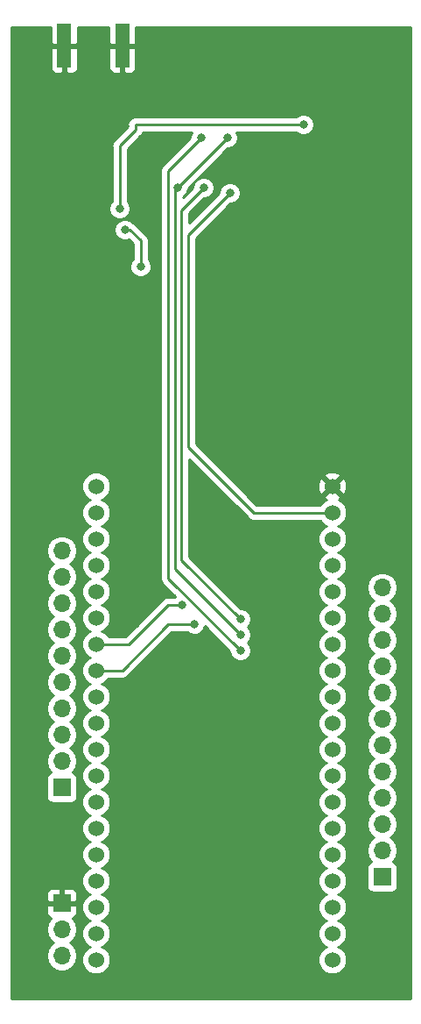
<source format=gbl>
G04 #@! TF.GenerationSoftware,KiCad,Pcbnew,5.0.2+dfsg1-1*
G04 #@! TF.CreationDate,2021-11-22T09:36:44+02:00*
G04 #@! TF.ProjectId,lora_tracker,6c6f7261-5f74-4726-9163-6b65722e6b69,rev?*
G04 #@! TF.SameCoordinates,Original*
G04 #@! TF.FileFunction,Copper,L2,Bot*
G04 #@! TF.FilePolarity,Positive*
%FSLAX46Y46*%
G04 Gerber Fmt 4.6, Leading zero omitted, Abs format (unit mm)*
G04 Created by KiCad (PCBNEW 5.0.2+dfsg1-1) date Mon 22 Nov 2021 09:36:44 AM EET*
%MOMM*%
%LPD*%
G01*
G04 APERTURE LIST*
G04 #@! TA.AperFunction,ComponentPad*
%ADD10C,1.524000*%
G04 #@! TD*
G04 #@! TA.AperFunction,SMDPad,CuDef*
%ADD11R,1.350000X4.200000*%
G04 #@! TD*
G04 #@! TA.AperFunction,ComponentPad*
%ADD12R,1.700000X1.700000*%
G04 #@! TD*
G04 #@! TA.AperFunction,ComponentPad*
%ADD13O,1.700000X1.700000*%
G04 #@! TD*
G04 #@! TA.AperFunction,ViaPad*
%ADD14C,0.800000*%
G04 #@! TD*
G04 #@! TA.AperFunction,Conductor*
%ADD15C,0.250000*%
G04 #@! TD*
G04 #@! TA.AperFunction,Conductor*
%ADD16C,0.254000*%
G04 #@! TD*
G04 APERTURE END LIST*
D10*
G04 #@! TO.P,U1,1*
G04 #@! TO.N,Net-(JP7-Pad2)*
X82550000Y-88265000D03*
G04 #@! TO.P,U1,2*
G04 #@! TO.N,EN*
X82550000Y-90805000D03*
G04 #@! TO.P,U1,3*
G04 #@! TO.N,GPIO36*
X82550000Y-93345000D03*
G04 #@! TO.P,U1,4*
G04 #@! TO.N,GPIO39*
X82550000Y-95885000D03*
G04 #@! TO.P,U1,5*
G04 #@! TO.N,GPIO34*
X82550000Y-98425000D03*
G04 #@! TO.P,U1,6*
G04 #@! TO.N,GPIO35*
X82550000Y-100965000D03*
G04 #@! TO.P,U1,7*
G04 #@! TO.N,RXEN*
X82550000Y-103505000D03*
G04 #@! TO.P,U1,8*
G04 #@! TO.N,TXEN*
X82550000Y-106045000D03*
G04 #@! TO.P,U1,9*
G04 #@! TO.N,GPIO25*
X82550000Y-108585000D03*
G04 #@! TO.P,U1,10*
G04 #@! TO.N,GPIO26*
X82550000Y-111125000D03*
G04 #@! TO.P,U1,11*
G04 #@! TO.N,NRST*
X82550000Y-113665000D03*
G04 #@! TO.P,U1,12*
G04 #@! TO.N,BUSY*
X82550000Y-116205000D03*
G04 #@! TO.P,U1,13*
G04 #@! TO.N,DIO1*
X82550000Y-118745000D03*
G04 #@! TO.P,U1,14*
G04 #@! TO.N,Net-(JP4-Pad2)*
X82550000Y-121285000D03*
G04 #@! TO.P,U1,15*
G04 #@! TO.N,GPIO13*
X82550000Y-123825000D03*
G04 #@! TO.P,U1,16*
G04 #@! TO.N,GPIO9*
X82550000Y-126365000D03*
G04 #@! TO.P,U1,17*
G04 #@! TO.N,GPIO10*
X82550000Y-128905000D03*
G04 #@! TO.P,U1,18*
G04 #@! TO.N,Net-(JP5-Pad2)*
X82550000Y-131445000D03*
G04 #@! TO.P,U1,19*
G04 #@! TO.N,VCC*
X82550000Y-133985000D03*
G04 #@! TO.P,U1,20*
G04 #@! TO.N,Net-(JP8-Pad1)*
X105410000Y-133985000D03*
G04 #@! TO.P,U1,21*
G04 #@! TO.N,GPIO7*
X105410000Y-131445000D03*
G04 #@! TO.P,U1,22*
G04 #@! TO.N,GPIO8*
X105410000Y-128905000D03*
G04 #@! TO.P,U1,23*
G04 #@! TO.N,GPIO15*
X105410000Y-126365000D03*
G04 #@! TO.P,U1,24*
G04 #@! TO.N,GPIO2*
X105410000Y-123825000D03*
G04 #@! TO.P,U1,25*
G04 #@! TO.N,GPIO0*
X105410000Y-121285000D03*
G04 #@! TO.P,U1,26*
G04 #@! TO.N,GPIO4*
X105410000Y-118745000D03*
G04 #@! TO.P,U1,27*
G04 #@! TO.N,GPIO16*
X105410000Y-116205000D03*
G04 #@! TO.P,U1,28*
G04 #@! TO.N,GPIO17*
X105410000Y-113665000D03*
G04 #@! TO.P,U1,29*
G04 #@! TO.N,Net-(JP3-Pad1)*
X105410000Y-111125000D03*
G04 #@! TO.P,U1,30*
G04 #@! TO.N,Net-(JP2-Pad1)*
X105410000Y-108585000D03*
G04 #@! TO.P,U1,31*
G04 #@! TO.N,Net-(JP1-Pad1)*
X105410000Y-106045000D03*
G04 #@! TO.P,U1,32*
G04 #@! TO.N,Net-(JP1-Pad3)*
X105410000Y-103505000D03*
G04 #@! TO.P,U1,33*
G04 #@! TO.N,GPIO21*
X105410000Y-100965000D03*
G04 #@! TO.P,U1,34*
G04 #@! TO.N,GPIO3*
X105410000Y-98425000D03*
G04 #@! TO.P,U1,35*
G04 #@! TO.N,GPIO1*
X105410000Y-95885000D03*
G04 #@! TO.P,U1,36*
G04 #@! TO.N,GPIO22*
X105410000Y-93345000D03*
G04 #@! TO.P,U1,37*
G04 #@! TO.N,MOSI*
X105410000Y-90805000D03*
G04 #@! TO.P,U1,38*
G04 #@! TO.N,GND*
X105410000Y-88265000D03*
G04 #@! TD*
D11*
G04 #@! TO.P,J1,2*
G04 #@! TO.N,GND*
X85121000Y-45720000D03*
X79471000Y-45720000D03*
G04 #@! TD*
D12*
G04 #@! TO.P,J2,1*
G04 #@! TO.N,GPIO10*
X79248000Y-117348000D03*
D13*
G04 #@! TO.P,J2,2*
G04 #@! TO.N,GPIO9*
X79248000Y-114808000D03*
G04 #@! TO.P,J2,3*
G04 #@! TO.N,GPIO13*
X79248000Y-112268000D03*
G04 #@! TO.P,J2,4*
G04 #@! TO.N,GPIO26*
X79248000Y-109728000D03*
G04 #@! TO.P,J2,5*
G04 #@! TO.N,GPIO25*
X79248000Y-107188000D03*
G04 #@! TO.P,J2,6*
G04 #@! TO.N,GPIO35*
X79248000Y-104648000D03*
G04 #@! TO.P,J2,7*
G04 #@! TO.N,GPIO34*
X79248000Y-102108000D03*
G04 #@! TO.P,J2,8*
G04 #@! TO.N,GPIO39*
X79248000Y-99568000D03*
G04 #@! TO.P,J2,9*
G04 #@! TO.N,GPIO36*
X79248000Y-97028000D03*
G04 #@! TO.P,J2,10*
G04 #@! TO.N,EN*
X79248000Y-94488000D03*
G04 #@! TD*
D12*
G04 #@! TO.P,J3,1*
G04 #@! TO.N,GPIO7*
X110236000Y-125984000D03*
D13*
G04 #@! TO.P,J3,2*
G04 #@! TO.N,GPIO8*
X110236000Y-123444000D03*
G04 #@! TO.P,J3,3*
G04 #@! TO.N,GPIO15*
X110236000Y-120904000D03*
G04 #@! TO.P,J3,4*
G04 #@! TO.N,GPIO2*
X110236000Y-118364000D03*
G04 #@! TO.P,J3,5*
G04 #@! TO.N,GPIO0*
X110236000Y-115824000D03*
G04 #@! TO.P,J3,6*
G04 #@! TO.N,GPIO4*
X110236000Y-113284000D03*
G04 #@! TO.P,J3,7*
G04 #@! TO.N,GPIO16*
X110236000Y-110744000D03*
G04 #@! TO.P,J3,8*
G04 #@! TO.N,GPIO17*
X110236000Y-108204000D03*
G04 #@! TO.P,J3,9*
G04 #@! TO.N,GPIO21*
X110236000Y-105664000D03*
G04 #@! TO.P,J3,10*
G04 #@! TO.N,GPIO3*
X110236000Y-103124000D03*
G04 #@! TO.P,J3,11*
G04 #@! TO.N,GPIO1*
X110236000Y-100584000D03*
G04 #@! TO.P,J3,12*
G04 #@! TO.N,GPIO22*
X110236000Y-98044000D03*
G04 #@! TD*
D12*
G04 #@! TO.P,J4,1*
G04 #@! TO.N,GND*
X79248000Y-128524000D03*
D13*
G04 #@! TO.P,J4,2*
G04 #@! TO.N,3v3*
X79248000Y-131064000D03*
G04 #@! TO.P,J4,3*
G04 #@! TO.N,VCC*
X79248000Y-133604000D03*
G04 #@! TD*
D14*
G04 #@! TO.N,GND*
X77216000Y-44704000D03*
X77216000Y-46736000D03*
X77216000Y-48768000D03*
X77216000Y-50800000D03*
X77216000Y-52832000D03*
X79248000Y-53848000D03*
X87884000Y-44704000D03*
X87884000Y-46736000D03*
X87376000Y-48768000D03*
X87376000Y-50800000D03*
X89916000Y-44704000D03*
X91948000Y-44704000D03*
X93980000Y-44704000D03*
X96012000Y-44704000D03*
X98044000Y-44704000D03*
X100076000Y-44704000D03*
X102108000Y-44704000D03*
X104140000Y-44704000D03*
X106172000Y-44704000D03*
X108204000Y-44704000D03*
X110236000Y-44704000D03*
X112268000Y-44704000D03*
X75184000Y-44704000D03*
X75184000Y-46736000D03*
X75184000Y-48768000D03*
X75184000Y-50800000D03*
X75184000Y-52832000D03*
X75184000Y-54864000D03*
X75184000Y-56896000D03*
X75184000Y-58928000D03*
X75184000Y-60960000D03*
X75184000Y-62992000D03*
X75184000Y-65024000D03*
X75184000Y-67056000D03*
X75184000Y-69088000D03*
X75184000Y-71120000D03*
X75184000Y-73152000D03*
X112268000Y-46736000D03*
X112268000Y-48768000D03*
X112268000Y-50800000D03*
X112268000Y-52832000D03*
X112268000Y-54864000D03*
X112268000Y-56896000D03*
X112268000Y-58928000D03*
X112268000Y-60960000D03*
X112268000Y-62992000D03*
X112268000Y-65024000D03*
X112268000Y-67056000D03*
X112268000Y-69088000D03*
X112268000Y-71120000D03*
X112268000Y-73152000D03*
X112268000Y-75184000D03*
X112268000Y-77216000D03*
X75184000Y-75184000D03*
X84836000Y-53848000D03*
X75184000Y-77216000D03*
X75184000Y-79248000D03*
X75184000Y-81280000D03*
X75184000Y-83312000D03*
X75184000Y-85344000D03*
X75184000Y-87376000D03*
X75184000Y-89408000D03*
X75184000Y-91440000D03*
X75184000Y-93472000D03*
X75184000Y-95504000D03*
X75184000Y-97536000D03*
X75184000Y-99568000D03*
X75184000Y-101600000D03*
X75184000Y-103632000D03*
X75184000Y-105664000D03*
X75184000Y-107696000D03*
X75184000Y-109728000D03*
X75184000Y-111760000D03*
X75184000Y-113792000D03*
X75184000Y-115824000D03*
X75184000Y-117856000D03*
X75184000Y-119888000D03*
X75184000Y-121920000D03*
X75184000Y-123952000D03*
X75184000Y-125984000D03*
X75184000Y-128016000D03*
X75184000Y-130048000D03*
X75184000Y-132080000D03*
X75184000Y-134112000D03*
X75184000Y-136144000D03*
X112268000Y-79248000D03*
X112268000Y-81280000D03*
X112268000Y-83312000D03*
X112268000Y-85344000D03*
X112268000Y-87376000D03*
X112268000Y-89408000D03*
X112268000Y-91440000D03*
X112268000Y-93472000D03*
X112268000Y-95504000D03*
X112268000Y-97536000D03*
X112268000Y-99568000D03*
X112268000Y-101600000D03*
X112268000Y-103632000D03*
X112268000Y-105664000D03*
X112268000Y-107696000D03*
X112268000Y-109728000D03*
X112268000Y-111760000D03*
X112268000Y-113792000D03*
X112268000Y-115824000D03*
X112268000Y-117856000D03*
X112268000Y-119888000D03*
X112268000Y-121920000D03*
X112268000Y-123952000D03*
X112268000Y-125984000D03*
X112268000Y-128016000D03*
X112268000Y-130048000D03*
X112268000Y-132080000D03*
X112268000Y-134112000D03*
X112268000Y-136144000D03*
X110744000Y-137160000D03*
X108712000Y-137160000D03*
X106680000Y-137160000D03*
X104648000Y-137160000D03*
X102616000Y-137160000D03*
X100584000Y-137160000D03*
X98552000Y-137160000D03*
X96520000Y-137160000D03*
X94488000Y-137160000D03*
X92456000Y-137160000D03*
X90424000Y-137160000D03*
X88392000Y-137160000D03*
X86360000Y-137160000D03*
X84328000Y-137160000D03*
X82296000Y-137160000D03*
X80264000Y-137160000D03*
X78232000Y-137160000D03*
X76200000Y-137160000D03*
X108204000Y-71120000D03*
X104140000Y-71120000D03*
X104140000Y-63500000D03*
X94488000Y-66040000D03*
X86868000Y-56388000D03*
X86868000Y-59436000D03*
X87884000Y-63500000D03*
X85344000Y-69088000D03*
X105156000Y-56388000D03*
X105156000Y-59944000D03*
X78740000Y-79248000D03*
X82804000Y-79248000D03*
X86360000Y-79248000D03*
X92964000Y-79248000D03*
X96012000Y-79248000D03*
X99060000Y-79248000D03*
X109728000Y-79248000D03*
X99060000Y-82804000D03*
X99060000Y-86360000D03*
X102616000Y-86360000D03*
X106172000Y-85344000D03*
X107696000Y-83312000D03*
X109728000Y-83312000D03*
X109728000Y-81280000D03*
X109728000Y-77216000D03*
X96520000Y-116840000D03*
X101600000Y-116840000D03*
X101600000Y-121920000D03*
X96520000Y-121920000D03*
X96520000Y-127000000D03*
X101600000Y-127000000D03*
X91948000Y-127000000D03*
X91440000Y-121920000D03*
X91440000Y-116840000D03*
X91440000Y-111252000D03*
X91440000Y-106172000D03*
X86868000Y-116840000D03*
X86360000Y-127000000D03*
X91440000Y-132080000D03*
X96520000Y-132080000D03*
X101600000Y-132080000D03*
X96520000Y-111252000D03*
X86360000Y-106680000D03*
X86360000Y-101600000D03*
X86360000Y-96520000D03*
X96520000Y-91440000D03*
X96520000Y-96520000D03*
X96520000Y-86360000D03*
X78740000Y-85344000D03*
X82804000Y-85344000D03*
X101092000Y-56388000D03*
G04 #@! TO.N,RXEN*
X90895000Y-99695000D03*
G04 #@! TO.N,TXEN*
X92075000Y-101600000D03*
G04 #@! TO.N,NRST*
X102616000Y-53340000D03*
X84836000Y-61468000D03*
G04 #@! TO.N,BUSY*
X86863347Y-67060653D03*
X85344000Y-63500000D03*
G04 #@! TO.N,NSS*
X92710000Y-54610000D03*
X96520000Y-104140000D03*
G04 #@! TO.N,SCK*
X95250000Y-54610000D03*
X96520000Y-102616000D03*
X90424000Y-59436000D03*
G04 #@! TO.N,MISO*
X96520000Y-101092000D03*
X92964000Y-59436000D03*
G04 #@! TO.N,MOSI*
X95504000Y-59944000D03*
G04 #@! TD*
D15*
G04 #@! TO.N,RXEN*
X90895000Y-99695000D02*
X89535000Y-99695000D01*
X85725000Y-103505000D02*
X82550000Y-103505000D01*
X89535000Y-99695000D02*
X85725000Y-103505000D01*
G04 #@! TO.N,TXEN*
X92075000Y-101600000D02*
X89535000Y-101600000D01*
X89535000Y-101600000D02*
X85090000Y-106045000D01*
X85090000Y-106045000D02*
X82550000Y-106045000D01*
G04 #@! TO.N,NRST*
X102616000Y-53340000D02*
X86360000Y-53340000D01*
X86360000Y-53340000D02*
X86360000Y-53848000D01*
X86360000Y-53848000D02*
X84836000Y-55372000D01*
X84836000Y-55372000D02*
X84836000Y-61468000D01*
G04 #@! TO.N,BUSY*
X86863347Y-67060653D02*
X86863347Y-64520653D01*
X86863347Y-64520653D02*
X85842694Y-63500000D01*
X85842694Y-63500000D02*
X85344000Y-63500000D01*
G04 #@! TO.N,NSS*
X92710000Y-54610000D02*
X89535000Y-57785000D01*
X89535000Y-57785000D02*
X89535000Y-97155000D01*
X89535000Y-97155000D02*
X96520000Y-104140000D01*
G04 #@! TO.N,SCK*
X95250000Y-54610000D02*
X90424000Y-59436000D01*
X90170000Y-59690000D02*
X90170000Y-95885000D01*
X90170000Y-95885000D02*
X90170000Y-96266000D01*
X90170000Y-96266000D02*
X96520000Y-102616000D01*
X90424000Y-59436000D02*
X90170000Y-59690000D01*
G04 #@! TO.N,MISO*
X90805000Y-63500000D02*
X90805000Y-95250000D01*
X90805000Y-95250000D02*
X90805000Y-95377000D01*
X90805000Y-95377000D02*
X96520000Y-101092000D01*
X90805000Y-63500000D02*
X90805000Y-61595000D01*
X90805000Y-61595000D02*
X92964000Y-59436000D01*
G04 #@! TO.N,MOSI*
X97790000Y-90805000D02*
X105410000Y-90805000D01*
X96583600Y-89600010D02*
X96585010Y-89600010D01*
X96585010Y-89600010D02*
X97790000Y-90805000D01*
X91440000Y-84456410D02*
X96583600Y-89600010D01*
X91440000Y-65532000D02*
X91440000Y-64008000D01*
X91440000Y-65532000D02*
X91440000Y-84456410D01*
X91440000Y-65405000D02*
X91440000Y-65532000D01*
X91440000Y-64008000D02*
X95504000Y-59944000D01*
X95504000Y-59944000D02*
X95504000Y-59944000D01*
G04 #@! TD*
D16*
G04 #@! TO.N,GND*
G36*
X78161000Y-45434250D02*
X78319750Y-45593000D01*
X79344000Y-45593000D01*
X79344000Y-45573000D01*
X79598000Y-45573000D01*
X79598000Y-45593000D01*
X80622250Y-45593000D01*
X80781000Y-45434250D01*
X80781000Y-43915000D01*
X83811000Y-43915000D01*
X83811000Y-45434250D01*
X83969750Y-45593000D01*
X84994000Y-45593000D01*
X84994000Y-45573000D01*
X85248000Y-45573000D01*
X85248000Y-45593000D01*
X86272250Y-45593000D01*
X86431000Y-45434250D01*
X86431000Y-43915000D01*
X112955000Y-43915000D01*
X112955001Y-137720000D01*
X74370000Y-137720000D01*
X74370000Y-137358071D01*
X74395000Y-137232388D01*
X74395000Y-131064000D01*
X77733908Y-131064000D01*
X77849161Y-131643418D01*
X78177375Y-132134625D01*
X78475761Y-132334000D01*
X78177375Y-132533375D01*
X77849161Y-133024582D01*
X77733908Y-133604000D01*
X77849161Y-134183418D01*
X78177375Y-134674625D01*
X78668582Y-135002839D01*
X79101744Y-135089000D01*
X79394256Y-135089000D01*
X79827418Y-135002839D01*
X80318625Y-134674625D01*
X80646839Y-134183418D01*
X80762092Y-133604000D01*
X80646839Y-133024582D01*
X80318625Y-132533375D01*
X80020239Y-132334000D01*
X80318625Y-132134625D01*
X80646839Y-131643418D01*
X80762092Y-131064000D01*
X80646839Y-130484582D01*
X80318625Y-129993375D01*
X80296967Y-129978904D01*
X80457698Y-129912327D01*
X80636327Y-129733699D01*
X80733000Y-129500310D01*
X80733000Y-128809750D01*
X80574250Y-128651000D01*
X79375000Y-128651000D01*
X79375000Y-128671000D01*
X79121000Y-128671000D01*
X79121000Y-128651000D01*
X77921750Y-128651000D01*
X77763000Y-128809750D01*
X77763000Y-129500310D01*
X77859673Y-129733699D01*
X78038302Y-129912327D01*
X78199033Y-129978904D01*
X78177375Y-129993375D01*
X77849161Y-130484582D01*
X77733908Y-131064000D01*
X74395000Y-131064000D01*
X74395000Y-127547690D01*
X77763000Y-127547690D01*
X77763000Y-128238250D01*
X77921750Y-128397000D01*
X79121000Y-128397000D01*
X79121000Y-127197750D01*
X79375000Y-127197750D01*
X79375000Y-128397000D01*
X80574250Y-128397000D01*
X80733000Y-128238250D01*
X80733000Y-127547690D01*
X80636327Y-127314301D01*
X80457698Y-127135673D01*
X80224309Y-127039000D01*
X79533750Y-127039000D01*
X79375000Y-127197750D01*
X79121000Y-127197750D01*
X78962250Y-127039000D01*
X78271691Y-127039000D01*
X78038302Y-127135673D01*
X77859673Y-127314301D01*
X77763000Y-127547690D01*
X74395000Y-127547690D01*
X74395000Y-94488000D01*
X77733908Y-94488000D01*
X77849161Y-95067418D01*
X78177375Y-95558625D01*
X78475761Y-95758000D01*
X78177375Y-95957375D01*
X77849161Y-96448582D01*
X77733908Y-97028000D01*
X77849161Y-97607418D01*
X78177375Y-98098625D01*
X78475761Y-98298000D01*
X78177375Y-98497375D01*
X77849161Y-98988582D01*
X77733908Y-99568000D01*
X77849161Y-100147418D01*
X78177375Y-100638625D01*
X78475761Y-100838000D01*
X78177375Y-101037375D01*
X77849161Y-101528582D01*
X77733908Y-102108000D01*
X77849161Y-102687418D01*
X78177375Y-103178625D01*
X78475761Y-103378000D01*
X78177375Y-103577375D01*
X77849161Y-104068582D01*
X77733908Y-104648000D01*
X77849161Y-105227418D01*
X78177375Y-105718625D01*
X78475761Y-105918000D01*
X78177375Y-106117375D01*
X77849161Y-106608582D01*
X77733908Y-107188000D01*
X77849161Y-107767418D01*
X78177375Y-108258625D01*
X78475761Y-108458000D01*
X78177375Y-108657375D01*
X77849161Y-109148582D01*
X77733908Y-109728000D01*
X77849161Y-110307418D01*
X78177375Y-110798625D01*
X78475761Y-110998000D01*
X78177375Y-111197375D01*
X77849161Y-111688582D01*
X77733908Y-112268000D01*
X77849161Y-112847418D01*
X78177375Y-113338625D01*
X78475761Y-113538000D01*
X78177375Y-113737375D01*
X77849161Y-114228582D01*
X77733908Y-114808000D01*
X77849161Y-115387418D01*
X78177375Y-115878625D01*
X78195619Y-115890816D01*
X78150235Y-115899843D01*
X77940191Y-116040191D01*
X77799843Y-116250235D01*
X77750560Y-116498000D01*
X77750560Y-118198000D01*
X77799843Y-118445765D01*
X77940191Y-118655809D01*
X78150235Y-118796157D01*
X78398000Y-118845440D01*
X80098000Y-118845440D01*
X80345765Y-118796157D01*
X80555809Y-118655809D01*
X80696157Y-118445765D01*
X80745440Y-118198000D01*
X80745440Y-116498000D01*
X80696157Y-116250235D01*
X80555809Y-116040191D01*
X80345765Y-115899843D01*
X80300381Y-115890816D01*
X80318625Y-115878625D01*
X80646839Y-115387418D01*
X80762092Y-114808000D01*
X80646839Y-114228582D01*
X80318625Y-113737375D01*
X80020239Y-113538000D01*
X80318625Y-113338625D01*
X80646839Y-112847418D01*
X80762092Y-112268000D01*
X80646839Y-111688582D01*
X80318625Y-111197375D01*
X80020239Y-110998000D01*
X80318625Y-110798625D01*
X80646839Y-110307418D01*
X80762092Y-109728000D01*
X80646839Y-109148582D01*
X80318625Y-108657375D01*
X80020239Y-108458000D01*
X80318625Y-108258625D01*
X80646839Y-107767418D01*
X80762092Y-107188000D01*
X80646839Y-106608582D01*
X80318625Y-106117375D01*
X80020239Y-105918000D01*
X80318625Y-105718625D01*
X80646839Y-105227418D01*
X80762092Y-104648000D01*
X80646839Y-104068582D01*
X80318625Y-103577375D01*
X80020239Y-103378000D01*
X80318625Y-103178625D01*
X80646839Y-102687418D01*
X80762092Y-102108000D01*
X80646839Y-101528582D01*
X80318625Y-101037375D01*
X80020239Y-100838000D01*
X80318625Y-100638625D01*
X80646839Y-100147418D01*
X80762092Y-99568000D01*
X80646839Y-98988582D01*
X80318625Y-98497375D01*
X80020239Y-98298000D01*
X80318625Y-98098625D01*
X80646839Y-97607418D01*
X80762092Y-97028000D01*
X80646839Y-96448582D01*
X80318625Y-95957375D01*
X80020239Y-95758000D01*
X80318625Y-95558625D01*
X80646839Y-95067418D01*
X80762092Y-94488000D01*
X80646839Y-93908582D01*
X80318625Y-93417375D01*
X79827418Y-93089161D01*
X79394256Y-93003000D01*
X79101744Y-93003000D01*
X78668582Y-93089161D01*
X78177375Y-93417375D01*
X77849161Y-93908582D01*
X77733908Y-94488000D01*
X74395000Y-94488000D01*
X74395000Y-87987119D01*
X81153000Y-87987119D01*
X81153000Y-88542881D01*
X81365680Y-89056337D01*
X81758663Y-89449320D01*
X81965513Y-89535000D01*
X81758663Y-89620680D01*
X81365680Y-90013663D01*
X81153000Y-90527119D01*
X81153000Y-91082881D01*
X81365680Y-91596337D01*
X81758663Y-91989320D01*
X81965513Y-92075000D01*
X81758663Y-92160680D01*
X81365680Y-92553663D01*
X81153000Y-93067119D01*
X81153000Y-93622881D01*
X81365680Y-94136337D01*
X81758663Y-94529320D01*
X81965513Y-94615000D01*
X81758663Y-94700680D01*
X81365680Y-95093663D01*
X81153000Y-95607119D01*
X81153000Y-96162881D01*
X81365680Y-96676337D01*
X81758663Y-97069320D01*
X81965513Y-97155000D01*
X81758663Y-97240680D01*
X81365680Y-97633663D01*
X81153000Y-98147119D01*
X81153000Y-98702881D01*
X81365680Y-99216337D01*
X81758663Y-99609320D01*
X81965513Y-99695000D01*
X81758663Y-99780680D01*
X81365680Y-100173663D01*
X81153000Y-100687119D01*
X81153000Y-101242881D01*
X81365680Y-101756337D01*
X81758663Y-102149320D01*
X81965513Y-102235000D01*
X81758663Y-102320680D01*
X81365680Y-102713663D01*
X81153000Y-103227119D01*
X81153000Y-103782881D01*
X81365680Y-104296337D01*
X81758663Y-104689320D01*
X81965513Y-104775000D01*
X81758663Y-104860680D01*
X81365680Y-105253663D01*
X81153000Y-105767119D01*
X81153000Y-106322881D01*
X81365680Y-106836337D01*
X81758663Y-107229320D01*
X81965513Y-107315000D01*
X81758663Y-107400680D01*
X81365680Y-107793663D01*
X81153000Y-108307119D01*
X81153000Y-108862881D01*
X81365680Y-109376337D01*
X81758663Y-109769320D01*
X81965513Y-109855000D01*
X81758663Y-109940680D01*
X81365680Y-110333663D01*
X81153000Y-110847119D01*
X81153000Y-111402881D01*
X81365680Y-111916337D01*
X81758663Y-112309320D01*
X81965513Y-112395000D01*
X81758663Y-112480680D01*
X81365680Y-112873663D01*
X81153000Y-113387119D01*
X81153000Y-113942881D01*
X81365680Y-114456337D01*
X81758663Y-114849320D01*
X81965513Y-114935000D01*
X81758663Y-115020680D01*
X81365680Y-115413663D01*
X81153000Y-115927119D01*
X81153000Y-116482881D01*
X81365680Y-116996337D01*
X81758663Y-117389320D01*
X81965513Y-117475000D01*
X81758663Y-117560680D01*
X81365680Y-117953663D01*
X81153000Y-118467119D01*
X81153000Y-119022881D01*
X81365680Y-119536337D01*
X81758663Y-119929320D01*
X81965513Y-120015000D01*
X81758663Y-120100680D01*
X81365680Y-120493663D01*
X81153000Y-121007119D01*
X81153000Y-121562881D01*
X81365680Y-122076337D01*
X81758663Y-122469320D01*
X81965513Y-122555000D01*
X81758663Y-122640680D01*
X81365680Y-123033663D01*
X81153000Y-123547119D01*
X81153000Y-124102881D01*
X81365680Y-124616337D01*
X81758663Y-125009320D01*
X81965513Y-125095000D01*
X81758663Y-125180680D01*
X81365680Y-125573663D01*
X81153000Y-126087119D01*
X81153000Y-126642881D01*
X81365680Y-127156337D01*
X81758663Y-127549320D01*
X81965513Y-127635000D01*
X81758663Y-127720680D01*
X81365680Y-128113663D01*
X81153000Y-128627119D01*
X81153000Y-129182881D01*
X81365680Y-129696337D01*
X81758663Y-130089320D01*
X81965513Y-130175000D01*
X81758663Y-130260680D01*
X81365680Y-130653663D01*
X81153000Y-131167119D01*
X81153000Y-131722881D01*
X81365680Y-132236337D01*
X81758663Y-132629320D01*
X81965513Y-132715000D01*
X81758663Y-132800680D01*
X81365680Y-133193663D01*
X81153000Y-133707119D01*
X81153000Y-134262881D01*
X81365680Y-134776337D01*
X81758663Y-135169320D01*
X82272119Y-135382000D01*
X82827881Y-135382000D01*
X83341337Y-135169320D01*
X83734320Y-134776337D01*
X83947000Y-134262881D01*
X83947000Y-133707119D01*
X83734320Y-133193663D01*
X83341337Y-132800680D01*
X83134487Y-132715000D01*
X83341337Y-132629320D01*
X83734320Y-132236337D01*
X83947000Y-131722881D01*
X83947000Y-131167119D01*
X83734320Y-130653663D01*
X83341337Y-130260680D01*
X83134487Y-130175000D01*
X83341337Y-130089320D01*
X83734320Y-129696337D01*
X83947000Y-129182881D01*
X83947000Y-128627119D01*
X83734320Y-128113663D01*
X83341337Y-127720680D01*
X83134487Y-127635000D01*
X83341337Y-127549320D01*
X83734320Y-127156337D01*
X83947000Y-126642881D01*
X83947000Y-126087119D01*
X83734320Y-125573663D01*
X83341337Y-125180680D01*
X83134487Y-125095000D01*
X83341337Y-125009320D01*
X83734320Y-124616337D01*
X83947000Y-124102881D01*
X83947000Y-123547119D01*
X83734320Y-123033663D01*
X83341337Y-122640680D01*
X83134487Y-122555000D01*
X83341337Y-122469320D01*
X83734320Y-122076337D01*
X83947000Y-121562881D01*
X83947000Y-121007119D01*
X83734320Y-120493663D01*
X83341337Y-120100680D01*
X83134487Y-120015000D01*
X83341337Y-119929320D01*
X83734320Y-119536337D01*
X83947000Y-119022881D01*
X83947000Y-118467119D01*
X83734320Y-117953663D01*
X83341337Y-117560680D01*
X83134487Y-117475000D01*
X83341337Y-117389320D01*
X83734320Y-116996337D01*
X83947000Y-116482881D01*
X83947000Y-115927119D01*
X83734320Y-115413663D01*
X83341337Y-115020680D01*
X83134487Y-114935000D01*
X83341337Y-114849320D01*
X83734320Y-114456337D01*
X83947000Y-113942881D01*
X83947000Y-113387119D01*
X83734320Y-112873663D01*
X83341337Y-112480680D01*
X83134487Y-112395000D01*
X83341337Y-112309320D01*
X83734320Y-111916337D01*
X83947000Y-111402881D01*
X83947000Y-110847119D01*
X83734320Y-110333663D01*
X83341337Y-109940680D01*
X83134487Y-109855000D01*
X83341337Y-109769320D01*
X83734320Y-109376337D01*
X83947000Y-108862881D01*
X83947000Y-108307119D01*
X83734320Y-107793663D01*
X83341337Y-107400680D01*
X83134487Y-107315000D01*
X83341337Y-107229320D01*
X83734320Y-106836337D01*
X83747300Y-106805000D01*
X85015153Y-106805000D01*
X85090000Y-106819888D01*
X85164847Y-106805000D01*
X85164852Y-106805000D01*
X85386537Y-106760904D01*
X85637929Y-106592929D01*
X85680331Y-106529470D01*
X89849802Y-102360000D01*
X91371289Y-102360000D01*
X91488720Y-102477431D01*
X91869126Y-102635000D01*
X92280874Y-102635000D01*
X92661280Y-102477431D01*
X92952431Y-102186280D01*
X93110000Y-101805874D01*
X93110000Y-101804802D01*
X95485000Y-104179802D01*
X95485000Y-104345874D01*
X95642569Y-104726280D01*
X95933720Y-105017431D01*
X96314126Y-105175000D01*
X96725874Y-105175000D01*
X97106280Y-105017431D01*
X97397431Y-104726280D01*
X97555000Y-104345874D01*
X97555000Y-103934126D01*
X97397431Y-103553720D01*
X97221711Y-103378000D01*
X97397431Y-103202280D01*
X97555000Y-102821874D01*
X97555000Y-102410126D01*
X97397431Y-102029720D01*
X97221711Y-101854000D01*
X97397431Y-101678280D01*
X97555000Y-101297874D01*
X97555000Y-100886126D01*
X97397431Y-100505720D01*
X97106280Y-100214569D01*
X96725874Y-100057000D01*
X96559802Y-100057000D01*
X91565000Y-95062199D01*
X91565000Y-85656211D01*
X95993270Y-90084482D01*
X96035671Y-90147939D01*
X96103379Y-90193180D01*
X97199671Y-91289473D01*
X97242071Y-91352929D01*
X97493463Y-91520904D01*
X97715148Y-91565000D01*
X97715152Y-91565000D01*
X97789999Y-91579888D01*
X97864846Y-91565000D01*
X104212700Y-91565000D01*
X104225680Y-91596337D01*
X104618663Y-91989320D01*
X104825513Y-92075000D01*
X104618663Y-92160680D01*
X104225680Y-92553663D01*
X104013000Y-93067119D01*
X104013000Y-93622881D01*
X104225680Y-94136337D01*
X104618663Y-94529320D01*
X104825513Y-94615000D01*
X104618663Y-94700680D01*
X104225680Y-95093663D01*
X104013000Y-95607119D01*
X104013000Y-96162881D01*
X104225680Y-96676337D01*
X104618663Y-97069320D01*
X104825513Y-97155000D01*
X104618663Y-97240680D01*
X104225680Y-97633663D01*
X104013000Y-98147119D01*
X104013000Y-98702881D01*
X104225680Y-99216337D01*
X104618663Y-99609320D01*
X104825513Y-99695000D01*
X104618663Y-99780680D01*
X104225680Y-100173663D01*
X104013000Y-100687119D01*
X104013000Y-101242881D01*
X104225680Y-101756337D01*
X104618663Y-102149320D01*
X104825513Y-102235000D01*
X104618663Y-102320680D01*
X104225680Y-102713663D01*
X104013000Y-103227119D01*
X104013000Y-103782881D01*
X104225680Y-104296337D01*
X104618663Y-104689320D01*
X104825513Y-104775000D01*
X104618663Y-104860680D01*
X104225680Y-105253663D01*
X104013000Y-105767119D01*
X104013000Y-106322881D01*
X104225680Y-106836337D01*
X104618663Y-107229320D01*
X104825513Y-107315000D01*
X104618663Y-107400680D01*
X104225680Y-107793663D01*
X104013000Y-108307119D01*
X104013000Y-108862881D01*
X104225680Y-109376337D01*
X104618663Y-109769320D01*
X104825513Y-109855000D01*
X104618663Y-109940680D01*
X104225680Y-110333663D01*
X104013000Y-110847119D01*
X104013000Y-111402881D01*
X104225680Y-111916337D01*
X104618663Y-112309320D01*
X104825513Y-112395000D01*
X104618663Y-112480680D01*
X104225680Y-112873663D01*
X104013000Y-113387119D01*
X104013000Y-113942881D01*
X104225680Y-114456337D01*
X104618663Y-114849320D01*
X104825513Y-114935000D01*
X104618663Y-115020680D01*
X104225680Y-115413663D01*
X104013000Y-115927119D01*
X104013000Y-116482881D01*
X104225680Y-116996337D01*
X104618663Y-117389320D01*
X104825513Y-117475000D01*
X104618663Y-117560680D01*
X104225680Y-117953663D01*
X104013000Y-118467119D01*
X104013000Y-119022881D01*
X104225680Y-119536337D01*
X104618663Y-119929320D01*
X104825513Y-120015000D01*
X104618663Y-120100680D01*
X104225680Y-120493663D01*
X104013000Y-121007119D01*
X104013000Y-121562881D01*
X104225680Y-122076337D01*
X104618663Y-122469320D01*
X104825513Y-122555000D01*
X104618663Y-122640680D01*
X104225680Y-123033663D01*
X104013000Y-123547119D01*
X104013000Y-124102881D01*
X104225680Y-124616337D01*
X104618663Y-125009320D01*
X104825513Y-125095000D01*
X104618663Y-125180680D01*
X104225680Y-125573663D01*
X104013000Y-126087119D01*
X104013000Y-126642881D01*
X104225680Y-127156337D01*
X104618663Y-127549320D01*
X104825513Y-127635000D01*
X104618663Y-127720680D01*
X104225680Y-128113663D01*
X104013000Y-128627119D01*
X104013000Y-129182881D01*
X104225680Y-129696337D01*
X104618663Y-130089320D01*
X104825513Y-130175000D01*
X104618663Y-130260680D01*
X104225680Y-130653663D01*
X104013000Y-131167119D01*
X104013000Y-131722881D01*
X104225680Y-132236337D01*
X104618663Y-132629320D01*
X104825513Y-132715000D01*
X104618663Y-132800680D01*
X104225680Y-133193663D01*
X104013000Y-133707119D01*
X104013000Y-134262881D01*
X104225680Y-134776337D01*
X104618663Y-135169320D01*
X105132119Y-135382000D01*
X105687881Y-135382000D01*
X106201337Y-135169320D01*
X106594320Y-134776337D01*
X106807000Y-134262881D01*
X106807000Y-133707119D01*
X106594320Y-133193663D01*
X106201337Y-132800680D01*
X105994487Y-132715000D01*
X106201337Y-132629320D01*
X106594320Y-132236337D01*
X106807000Y-131722881D01*
X106807000Y-131167119D01*
X106594320Y-130653663D01*
X106201337Y-130260680D01*
X105994487Y-130175000D01*
X106201337Y-130089320D01*
X106594320Y-129696337D01*
X106807000Y-129182881D01*
X106807000Y-128627119D01*
X106594320Y-128113663D01*
X106201337Y-127720680D01*
X105994487Y-127635000D01*
X106201337Y-127549320D01*
X106594320Y-127156337D01*
X106807000Y-126642881D01*
X106807000Y-126087119D01*
X106594320Y-125573663D01*
X106201337Y-125180680D01*
X105994487Y-125095000D01*
X106201337Y-125009320D01*
X106594320Y-124616337D01*
X106807000Y-124102881D01*
X106807000Y-123547119D01*
X106594320Y-123033663D01*
X106201337Y-122640680D01*
X105994487Y-122555000D01*
X106201337Y-122469320D01*
X106594320Y-122076337D01*
X106807000Y-121562881D01*
X106807000Y-121007119D01*
X106594320Y-120493663D01*
X106201337Y-120100680D01*
X105994487Y-120015000D01*
X106201337Y-119929320D01*
X106594320Y-119536337D01*
X106807000Y-119022881D01*
X106807000Y-118467119D01*
X106594320Y-117953663D01*
X106201337Y-117560680D01*
X105994487Y-117475000D01*
X106201337Y-117389320D01*
X106594320Y-116996337D01*
X106807000Y-116482881D01*
X106807000Y-115927119D01*
X106594320Y-115413663D01*
X106201337Y-115020680D01*
X105994487Y-114935000D01*
X106201337Y-114849320D01*
X106594320Y-114456337D01*
X106807000Y-113942881D01*
X106807000Y-113387119D01*
X106594320Y-112873663D01*
X106201337Y-112480680D01*
X105994487Y-112395000D01*
X106201337Y-112309320D01*
X106594320Y-111916337D01*
X106807000Y-111402881D01*
X106807000Y-110847119D01*
X106594320Y-110333663D01*
X106201337Y-109940680D01*
X105994487Y-109855000D01*
X106201337Y-109769320D01*
X106594320Y-109376337D01*
X106807000Y-108862881D01*
X106807000Y-108307119D01*
X106594320Y-107793663D01*
X106201337Y-107400680D01*
X105994487Y-107315000D01*
X106201337Y-107229320D01*
X106594320Y-106836337D01*
X106807000Y-106322881D01*
X106807000Y-105767119D01*
X106594320Y-105253663D01*
X106201337Y-104860680D01*
X105994487Y-104775000D01*
X106201337Y-104689320D01*
X106594320Y-104296337D01*
X106807000Y-103782881D01*
X106807000Y-103227119D01*
X106594320Y-102713663D01*
X106201337Y-102320680D01*
X105994487Y-102235000D01*
X106201337Y-102149320D01*
X106594320Y-101756337D01*
X106807000Y-101242881D01*
X106807000Y-100687119D01*
X106594320Y-100173663D01*
X106201337Y-99780680D01*
X105994487Y-99695000D01*
X106201337Y-99609320D01*
X106594320Y-99216337D01*
X106807000Y-98702881D01*
X106807000Y-98147119D01*
X106764287Y-98044000D01*
X108721908Y-98044000D01*
X108837161Y-98623418D01*
X109165375Y-99114625D01*
X109463761Y-99314000D01*
X109165375Y-99513375D01*
X108837161Y-100004582D01*
X108721908Y-100584000D01*
X108837161Y-101163418D01*
X109165375Y-101654625D01*
X109463761Y-101854000D01*
X109165375Y-102053375D01*
X108837161Y-102544582D01*
X108721908Y-103124000D01*
X108837161Y-103703418D01*
X109165375Y-104194625D01*
X109463761Y-104394000D01*
X109165375Y-104593375D01*
X108837161Y-105084582D01*
X108721908Y-105664000D01*
X108837161Y-106243418D01*
X109165375Y-106734625D01*
X109463761Y-106934000D01*
X109165375Y-107133375D01*
X108837161Y-107624582D01*
X108721908Y-108204000D01*
X108837161Y-108783418D01*
X109165375Y-109274625D01*
X109463761Y-109474000D01*
X109165375Y-109673375D01*
X108837161Y-110164582D01*
X108721908Y-110744000D01*
X108837161Y-111323418D01*
X109165375Y-111814625D01*
X109463761Y-112014000D01*
X109165375Y-112213375D01*
X108837161Y-112704582D01*
X108721908Y-113284000D01*
X108837161Y-113863418D01*
X109165375Y-114354625D01*
X109463761Y-114554000D01*
X109165375Y-114753375D01*
X108837161Y-115244582D01*
X108721908Y-115824000D01*
X108837161Y-116403418D01*
X109165375Y-116894625D01*
X109463761Y-117094000D01*
X109165375Y-117293375D01*
X108837161Y-117784582D01*
X108721908Y-118364000D01*
X108837161Y-118943418D01*
X109165375Y-119434625D01*
X109463761Y-119634000D01*
X109165375Y-119833375D01*
X108837161Y-120324582D01*
X108721908Y-120904000D01*
X108837161Y-121483418D01*
X109165375Y-121974625D01*
X109463761Y-122174000D01*
X109165375Y-122373375D01*
X108837161Y-122864582D01*
X108721908Y-123444000D01*
X108837161Y-124023418D01*
X109165375Y-124514625D01*
X109183619Y-124526816D01*
X109138235Y-124535843D01*
X108928191Y-124676191D01*
X108787843Y-124886235D01*
X108738560Y-125134000D01*
X108738560Y-126834000D01*
X108787843Y-127081765D01*
X108928191Y-127291809D01*
X109138235Y-127432157D01*
X109386000Y-127481440D01*
X111086000Y-127481440D01*
X111333765Y-127432157D01*
X111543809Y-127291809D01*
X111684157Y-127081765D01*
X111733440Y-126834000D01*
X111733440Y-125134000D01*
X111684157Y-124886235D01*
X111543809Y-124676191D01*
X111333765Y-124535843D01*
X111288381Y-124526816D01*
X111306625Y-124514625D01*
X111634839Y-124023418D01*
X111750092Y-123444000D01*
X111634839Y-122864582D01*
X111306625Y-122373375D01*
X111008239Y-122174000D01*
X111306625Y-121974625D01*
X111634839Y-121483418D01*
X111750092Y-120904000D01*
X111634839Y-120324582D01*
X111306625Y-119833375D01*
X111008239Y-119634000D01*
X111306625Y-119434625D01*
X111634839Y-118943418D01*
X111750092Y-118364000D01*
X111634839Y-117784582D01*
X111306625Y-117293375D01*
X111008239Y-117094000D01*
X111306625Y-116894625D01*
X111634839Y-116403418D01*
X111750092Y-115824000D01*
X111634839Y-115244582D01*
X111306625Y-114753375D01*
X111008239Y-114554000D01*
X111306625Y-114354625D01*
X111634839Y-113863418D01*
X111750092Y-113284000D01*
X111634839Y-112704582D01*
X111306625Y-112213375D01*
X111008239Y-112014000D01*
X111306625Y-111814625D01*
X111634839Y-111323418D01*
X111750092Y-110744000D01*
X111634839Y-110164582D01*
X111306625Y-109673375D01*
X111008239Y-109474000D01*
X111306625Y-109274625D01*
X111634839Y-108783418D01*
X111750092Y-108204000D01*
X111634839Y-107624582D01*
X111306625Y-107133375D01*
X111008239Y-106934000D01*
X111306625Y-106734625D01*
X111634839Y-106243418D01*
X111750092Y-105664000D01*
X111634839Y-105084582D01*
X111306625Y-104593375D01*
X111008239Y-104394000D01*
X111306625Y-104194625D01*
X111634839Y-103703418D01*
X111750092Y-103124000D01*
X111634839Y-102544582D01*
X111306625Y-102053375D01*
X111008239Y-101854000D01*
X111306625Y-101654625D01*
X111634839Y-101163418D01*
X111750092Y-100584000D01*
X111634839Y-100004582D01*
X111306625Y-99513375D01*
X111008239Y-99314000D01*
X111306625Y-99114625D01*
X111634839Y-98623418D01*
X111750092Y-98044000D01*
X111634839Y-97464582D01*
X111306625Y-96973375D01*
X110815418Y-96645161D01*
X110382256Y-96559000D01*
X110089744Y-96559000D01*
X109656582Y-96645161D01*
X109165375Y-96973375D01*
X108837161Y-97464582D01*
X108721908Y-98044000D01*
X106764287Y-98044000D01*
X106594320Y-97633663D01*
X106201337Y-97240680D01*
X105994487Y-97155000D01*
X106201337Y-97069320D01*
X106594320Y-96676337D01*
X106807000Y-96162881D01*
X106807000Y-95607119D01*
X106594320Y-95093663D01*
X106201337Y-94700680D01*
X105994487Y-94615000D01*
X106201337Y-94529320D01*
X106594320Y-94136337D01*
X106807000Y-93622881D01*
X106807000Y-93067119D01*
X106594320Y-92553663D01*
X106201337Y-92160680D01*
X105994487Y-92075000D01*
X106201337Y-91989320D01*
X106594320Y-91596337D01*
X106807000Y-91082881D01*
X106807000Y-90527119D01*
X106594320Y-90013663D01*
X106201337Y-89620680D01*
X106010353Y-89541572D01*
X106141143Y-89487397D01*
X106210608Y-89245213D01*
X105410000Y-88444605D01*
X104609392Y-89245213D01*
X104678857Y-89487397D01*
X104819393Y-89537535D01*
X104618663Y-89620680D01*
X104225680Y-90013663D01*
X104212700Y-90045000D01*
X98104802Y-90045000D01*
X97175341Y-89115540D01*
X97132939Y-89052081D01*
X97065234Y-89006842D01*
X96115694Y-88057302D01*
X104000856Y-88057302D01*
X104028638Y-88612368D01*
X104187603Y-88996143D01*
X104429787Y-89065608D01*
X105230395Y-88265000D01*
X105589605Y-88265000D01*
X106390213Y-89065608D01*
X106632397Y-88996143D01*
X106819144Y-88472698D01*
X106791362Y-87917632D01*
X106632397Y-87533857D01*
X106390213Y-87464392D01*
X105589605Y-88265000D01*
X105230395Y-88265000D01*
X104429787Y-87464392D01*
X104187603Y-87533857D01*
X104000856Y-88057302D01*
X96115694Y-88057302D01*
X95343179Y-87284787D01*
X104609392Y-87284787D01*
X105410000Y-88085395D01*
X106210608Y-87284787D01*
X106141143Y-87042603D01*
X105617698Y-86855856D01*
X105062632Y-86883638D01*
X104678857Y-87042603D01*
X104609392Y-87284787D01*
X95343179Y-87284787D01*
X92200000Y-84141609D01*
X92200000Y-64322801D01*
X95543802Y-60979000D01*
X95709874Y-60979000D01*
X96090280Y-60821431D01*
X96381431Y-60530280D01*
X96539000Y-60149874D01*
X96539000Y-59738126D01*
X96381431Y-59357720D01*
X96090280Y-59066569D01*
X95709874Y-58909000D01*
X95298126Y-58909000D01*
X94917720Y-59066569D01*
X94626569Y-59357720D01*
X94469000Y-59738126D01*
X94469000Y-59904198D01*
X91565000Y-62808199D01*
X91565000Y-61909801D01*
X93003802Y-60471000D01*
X93169874Y-60471000D01*
X93550280Y-60313431D01*
X93841431Y-60022280D01*
X93999000Y-59641874D01*
X93999000Y-59230126D01*
X93841431Y-58849720D01*
X93550280Y-58558569D01*
X93169874Y-58401000D01*
X92758126Y-58401000D01*
X92377720Y-58558569D01*
X92086569Y-58849720D01*
X91929000Y-59230126D01*
X91929000Y-59396198D01*
X90930000Y-60395199D01*
X90930000Y-60346684D01*
X91010280Y-60313431D01*
X91301431Y-60022280D01*
X91459000Y-59641874D01*
X91459000Y-59475801D01*
X95289802Y-55645000D01*
X95455874Y-55645000D01*
X95836280Y-55487431D01*
X96127431Y-55196280D01*
X96285000Y-54815874D01*
X96285000Y-54404126D01*
X96159027Y-54100000D01*
X101912289Y-54100000D01*
X102029720Y-54217431D01*
X102410126Y-54375000D01*
X102821874Y-54375000D01*
X103202280Y-54217431D01*
X103493431Y-53926280D01*
X103651000Y-53545874D01*
X103651000Y-53134126D01*
X103493431Y-52753720D01*
X103202280Y-52462569D01*
X102821874Y-52305000D01*
X102410126Y-52305000D01*
X102029720Y-52462569D01*
X101912289Y-52580000D01*
X86434852Y-52580000D01*
X86360000Y-52565111D01*
X86285148Y-52580000D01*
X86063463Y-52624096D01*
X85812071Y-52792071D01*
X85644096Y-53043463D01*
X85585111Y-53340000D01*
X85600000Y-53414852D01*
X85600000Y-53533197D01*
X84351530Y-54781669D01*
X84288071Y-54824071D01*
X84120096Y-55075464D01*
X84076000Y-55297149D01*
X84076000Y-55297153D01*
X84061112Y-55372000D01*
X84076000Y-55446847D01*
X84076001Y-60764288D01*
X83958569Y-60881720D01*
X83801000Y-61262126D01*
X83801000Y-61673874D01*
X83958569Y-62054280D01*
X84249720Y-62345431D01*
X84630126Y-62503000D01*
X85041874Y-62503000D01*
X85422280Y-62345431D01*
X85713431Y-62054280D01*
X85871000Y-61673874D01*
X85871000Y-61262126D01*
X85713431Y-60881720D01*
X85596000Y-60764289D01*
X85596000Y-55686801D01*
X86844476Y-54438327D01*
X86907929Y-54395929D01*
X86950327Y-54332476D01*
X86950329Y-54332474D01*
X87075903Y-54144538D01*
X87075904Y-54144537D01*
X87084763Y-54100000D01*
X91800973Y-54100000D01*
X91675000Y-54404126D01*
X91675000Y-54570198D01*
X89050530Y-57194669D01*
X88987071Y-57237071D01*
X88819096Y-57488464D01*
X88775000Y-57710149D01*
X88775000Y-57710153D01*
X88760112Y-57785000D01*
X88775000Y-57859847D01*
X88775001Y-97080148D01*
X88760112Y-97155000D01*
X88819097Y-97451537D01*
X88923254Y-97607418D01*
X88987072Y-97702929D01*
X89050528Y-97745329D01*
X90215744Y-98910545D01*
X90191289Y-98935000D01*
X89609848Y-98935000D01*
X89535000Y-98920112D01*
X89460152Y-98935000D01*
X89460148Y-98935000D01*
X89286605Y-98969520D01*
X89238462Y-98979096D01*
X89059014Y-99099000D01*
X88987071Y-99147071D01*
X88944671Y-99210527D01*
X85410199Y-102745000D01*
X83747300Y-102745000D01*
X83734320Y-102713663D01*
X83341337Y-102320680D01*
X83134487Y-102235000D01*
X83341337Y-102149320D01*
X83734320Y-101756337D01*
X83947000Y-101242881D01*
X83947000Y-100687119D01*
X83734320Y-100173663D01*
X83341337Y-99780680D01*
X83134487Y-99695000D01*
X83341337Y-99609320D01*
X83734320Y-99216337D01*
X83947000Y-98702881D01*
X83947000Y-98147119D01*
X83734320Y-97633663D01*
X83341337Y-97240680D01*
X83134487Y-97155000D01*
X83341337Y-97069320D01*
X83734320Y-96676337D01*
X83947000Y-96162881D01*
X83947000Y-95607119D01*
X83734320Y-95093663D01*
X83341337Y-94700680D01*
X83134487Y-94615000D01*
X83341337Y-94529320D01*
X83734320Y-94136337D01*
X83947000Y-93622881D01*
X83947000Y-93067119D01*
X83734320Y-92553663D01*
X83341337Y-92160680D01*
X83134487Y-92075000D01*
X83341337Y-91989320D01*
X83734320Y-91596337D01*
X83947000Y-91082881D01*
X83947000Y-90527119D01*
X83734320Y-90013663D01*
X83341337Y-89620680D01*
X83134487Y-89535000D01*
X83341337Y-89449320D01*
X83734320Y-89056337D01*
X83947000Y-88542881D01*
X83947000Y-87987119D01*
X83734320Y-87473663D01*
X83341337Y-87080680D01*
X82827881Y-86868000D01*
X82272119Y-86868000D01*
X81758663Y-87080680D01*
X81365680Y-87473663D01*
X81153000Y-87987119D01*
X74395000Y-87987119D01*
X74395000Y-63294126D01*
X84309000Y-63294126D01*
X84309000Y-63705874D01*
X84466569Y-64086280D01*
X84757720Y-64377431D01*
X85138126Y-64535000D01*
X85549874Y-64535000D01*
X85728785Y-64460893D01*
X86103348Y-64835456D01*
X86103347Y-66356942D01*
X85985916Y-66474373D01*
X85828347Y-66854779D01*
X85828347Y-67266527D01*
X85985916Y-67646933D01*
X86277067Y-67938084D01*
X86657473Y-68095653D01*
X87069221Y-68095653D01*
X87449627Y-67938084D01*
X87740778Y-67646933D01*
X87898347Y-67266527D01*
X87898347Y-66854779D01*
X87740778Y-66474373D01*
X87623347Y-66356942D01*
X87623347Y-64595499D01*
X87638235Y-64520652D01*
X87623347Y-64445805D01*
X87623347Y-64445801D01*
X87579251Y-64224116D01*
X87487152Y-64086280D01*
X87453676Y-64036179D01*
X87453674Y-64036177D01*
X87411276Y-63972724D01*
X87347822Y-63930326D01*
X86433025Y-63015529D01*
X86390623Y-62952071D01*
X86139231Y-62784096D01*
X86080031Y-62772320D01*
X85930280Y-62622569D01*
X85549874Y-62465000D01*
X85138126Y-62465000D01*
X84757720Y-62622569D01*
X84466569Y-62913720D01*
X84309000Y-63294126D01*
X74395000Y-63294126D01*
X74395000Y-46005750D01*
X78161000Y-46005750D01*
X78161000Y-47946310D01*
X78257673Y-48179699D01*
X78436302Y-48358327D01*
X78669691Y-48455000D01*
X79185250Y-48455000D01*
X79344000Y-48296250D01*
X79344000Y-45847000D01*
X79598000Y-45847000D01*
X79598000Y-48296250D01*
X79756750Y-48455000D01*
X80272309Y-48455000D01*
X80505698Y-48358327D01*
X80684327Y-48179699D01*
X80781000Y-47946310D01*
X80781000Y-46005750D01*
X83811000Y-46005750D01*
X83811000Y-47946310D01*
X83907673Y-48179699D01*
X84086302Y-48358327D01*
X84319691Y-48455000D01*
X84835250Y-48455000D01*
X84994000Y-48296250D01*
X84994000Y-45847000D01*
X85248000Y-45847000D01*
X85248000Y-48296250D01*
X85406750Y-48455000D01*
X85922309Y-48455000D01*
X86155698Y-48358327D01*
X86334327Y-48179699D01*
X86431000Y-47946310D01*
X86431000Y-46005750D01*
X86272250Y-45847000D01*
X85248000Y-45847000D01*
X84994000Y-45847000D01*
X83969750Y-45847000D01*
X83811000Y-46005750D01*
X80781000Y-46005750D01*
X80622250Y-45847000D01*
X79598000Y-45847000D01*
X79344000Y-45847000D01*
X78319750Y-45847000D01*
X78161000Y-46005750D01*
X74395000Y-46005750D01*
X74395000Y-44377612D01*
X74370000Y-44251929D01*
X74370000Y-43915000D01*
X78161000Y-43915000D01*
X78161000Y-45434250D01*
X78161000Y-45434250D01*
G37*
X78161000Y-45434250D02*
X78319750Y-45593000D01*
X79344000Y-45593000D01*
X79344000Y-45573000D01*
X79598000Y-45573000D01*
X79598000Y-45593000D01*
X80622250Y-45593000D01*
X80781000Y-45434250D01*
X80781000Y-43915000D01*
X83811000Y-43915000D01*
X83811000Y-45434250D01*
X83969750Y-45593000D01*
X84994000Y-45593000D01*
X84994000Y-45573000D01*
X85248000Y-45573000D01*
X85248000Y-45593000D01*
X86272250Y-45593000D01*
X86431000Y-45434250D01*
X86431000Y-43915000D01*
X112955000Y-43915000D01*
X112955001Y-137720000D01*
X74370000Y-137720000D01*
X74370000Y-137358071D01*
X74395000Y-137232388D01*
X74395000Y-131064000D01*
X77733908Y-131064000D01*
X77849161Y-131643418D01*
X78177375Y-132134625D01*
X78475761Y-132334000D01*
X78177375Y-132533375D01*
X77849161Y-133024582D01*
X77733908Y-133604000D01*
X77849161Y-134183418D01*
X78177375Y-134674625D01*
X78668582Y-135002839D01*
X79101744Y-135089000D01*
X79394256Y-135089000D01*
X79827418Y-135002839D01*
X80318625Y-134674625D01*
X80646839Y-134183418D01*
X80762092Y-133604000D01*
X80646839Y-133024582D01*
X80318625Y-132533375D01*
X80020239Y-132334000D01*
X80318625Y-132134625D01*
X80646839Y-131643418D01*
X80762092Y-131064000D01*
X80646839Y-130484582D01*
X80318625Y-129993375D01*
X80296967Y-129978904D01*
X80457698Y-129912327D01*
X80636327Y-129733699D01*
X80733000Y-129500310D01*
X80733000Y-128809750D01*
X80574250Y-128651000D01*
X79375000Y-128651000D01*
X79375000Y-128671000D01*
X79121000Y-128671000D01*
X79121000Y-128651000D01*
X77921750Y-128651000D01*
X77763000Y-128809750D01*
X77763000Y-129500310D01*
X77859673Y-129733699D01*
X78038302Y-129912327D01*
X78199033Y-129978904D01*
X78177375Y-129993375D01*
X77849161Y-130484582D01*
X77733908Y-131064000D01*
X74395000Y-131064000D01*
X74395000Y-127547690D01*
X77763000Y-127547690D01*
X77763000Y-128238250D01*
X77921750Y-128397000D01*
X79121000Y-128397000D01*
X79121000Y-127197750D01*
X79375000Y-127197750D01*
X79375000Y-128397000D01*
X80574250Y-128397000D01*
X80733000Y-128238250D01*
X80733000Y-127547690D01*
X80636327Y-127314301D01*
X80457698Y-127135673D01*
X80224309Y-127039000D01*
X79533750Y-127039000D01*
X79375000Y-127197750D01*
X79121000Y-127197750D01*
X78962250Y-127039000D01*
X78271691Y-127039000D01*
X78038302Y-127135673D01*
X77859673Y-127314301D01*
X77763000Y-127547690D01*
X74395000Y-127547690D01*
X74395000Y-94488000D01*
X77733908Y-94488000D01*
X77849161Y-95067418D01*
X78177375Y-95558625D01*
X78475761Y-95758000D01*
X78177375Y-95957375D01*
X77849161Y-96448582D01*
X77733908Y-97028000D01*
X77849161Y-97607418D01*
X78177375Y-98098625D01*
X78475761Y-98298000D01*
X78177375Y-98497375D01*
X77849161Y-98988582D01*
X77733908Y-99568000D01*
X77849161Y-100147418D01*
X78177375Y-100638625D01*
X78475761Y-100838000D01*
X78177375Y-101037375D01*
X77849161Y-101528582D01*
X77733908Y-102108000D01*
X77849161Y-102687418D01*
X78177375Y-103178625D01*
X78475761Y-103378000D01*
X78177375Y-103577375D01*
X77849161Y-104068582D01*
X77733908Y-104648000D01*
X77849161Y-105227418D01*
X78177375Y-105718625D01*
X78475761Y-105918000D01*
X78177375Y-106117375D01*
X77849161Y-106608582D01*
X77733908Y-107188000D01*
X77849161Y-107767418D01*
X78177375Y-108258625D01*
X78475761Y-108458000D01*
X78177375Y-108657375D01*
X77849161Y-109148582D01*
X77733908Y-109728000D01*
X77849161Y-110307418D01*
X78177375Y-110798625D01*
X78475761Y-110998000D01*
X78177375Y-111197375D01*
X77849161Y-111688582D01*
X77733908Y-112268000D01*
X77849161Y-112847418D01*
X78177375Y-113338625D01*
X78475761Y-113538000D01*
X78177375Y-113737375D01*
X77849161Y-114228582D01*
X77733908Y-114808000D01*
X77849161Y-115387418D01*
X78177375Y-115878625D01*
X78195619Y-115890816D01*
X78150235Y-115899843D01*
X77940191Y-116040191D01*
X77799843Y-116250235D01*
X77750560Y-116498000D01*
X77750560Y-118198000D01*
X77799843Y-118445765D01*
X77940191Y-118655809D01*
X78150235Y-118796157D01*
X78398000Y-118845440D01*
X80098000Y-118845440D01*
X80345765Y-118796157D01*
X80555809Y-118655809D01*
X80696157Y-118445765D01*
X80745440Y-118198000D01*
X80745440Y-116498000D01*
X80696157Y-116250235D01*
X80555809Y-116040191D01*
X80345765Y-115899843D01*
X80300381Y-115890816D01*
X80318625Y-115878625D01*
X80646839Y-115387418D01*
X80762092Y-114808000D01*
X80646839Y-114228582D01*
X80318625Y-113737375D01*
X80020239Y-113538000D01*
X80318625Y-113338625D01*
X80646839Y-112847418D01*
X80762092Y-112268000D01*
X80646839Y-111688582D01*
X80318625Y-111197375D01*
X80020239Y-110998000D01*
X80318625Y-110798625D01*
X80646839Y-110307418D01*
X80762092Y-109728000D01*
X80646839Y-109148582D01*
X80318625Y-108657375D01*
X80020239Y-108458000D01*
X80318625Y-108258625D01*
X80646839Y-107767418D01*
X80762092Y-107188000D01*
X80646839Y-106608582D01*
X80318625Y-106117375D01*
X80020239Y-105918000D01*
X80318625Y-105718625D01*
X80646839Y-105227418D01*
X80762092Y-104648000D01*
X80646839Y-104068582D01*
X80318625Y-103577375D01*
X80020239Y-103378000D01*
X80318625Y-103178625D01*
X80646839Y-102687418D01*
X80762092Y-102108000D01*
X80646839Y-101528582D01*
X80318625Y-101037375D01*
X80020239Y-100838000D01*
X80318625Y-100638625D01*
X80646839Y-100147418D01*
X80762092Y-99568000D01*
X80646839Y-98988582D01*
X80318625Y-98497375D01*
X80020239Y-98298000D01*
X80318625Y-98098625D01*
X80646839Y-97607418D01*
X80762092Y-97028000D01*
X80646839Y-96448582D01*
X80318625Y-95957375D01*
X80020239Y-95758000D01*
X80318625Y-95558625D01*
X80646839Y-95067418D01*
X80762092Y-94488000D01*
X80646839Y-93908582D01*
X80318625Y-93417375D01*
X79827418Y-93089161D01*
X79394256Y-93003000D01*
X79101744Y-93003000D01*
X78668582Y-93089161D01*
X78177375Y-93417375D01*
X77849161Y-93908582D01*
X77733908Y-94488000D01*
X74395000Y-94488000D01*
X74395000Y-87987119D01*
X81153000Y-87987119D01*
X81153000Y-88542881D01*
X81365680Y-89056337D01*
X81758663Y-89449320D01*
X81965513Y-89535000D01*
X81758663Y-89620680D01*
X81365680Y-90013663D01*
X81153000Y-90527119D01*
X81153000Y-91082881D01*
X81365680Y-91596337D01*
X81758663Y-91989320D01*
X81965513Y-92075000D01*
X81758663Y-92160680D01*
X81365680Y-92553663D01*
X81153000Y-93067119D01*
X81153000Y-93622881D01*
X81365680Y-94136337D01*
X81758663Y-94529320D01*
X81965513Y-94615000D01*
X81758663Y-94700680D01*
X81365680Y-95093663D01*
X81153000Y-95607119D01*
X81153000Y-96162881D01*
X81365680Y-96676337D01*
X81758663Y-97069320D01*
X81965513Y-97155000D01*
X81758663Y-97240680D01*
X81365680Y-97633663D01*
X81153000Y-98147119D01*
X81153000Y-98702881D01*
X81365680Y-99216337D01*
X81758663Y-99609320D01*
X81965513Y-99695000D01*
X81758663Y-99780680D01*
X81365680Y-100173663D01*
X81153000Y-100687119D01*
X81153000Y-101242881D01*
X81365680Y-101756337D01*
X81758663Y-102149320D01*
X81965513Y-102235000D01*
X81758663Y-102320680D01*
X81365680Y-102713663D01*
X81153000Y-103227119D01*
X81153000Y-103782881D01*
X81365680Y-104296337D01*
X81758663Y-104689320D01*
X81965513Y-104775000D01*
X81758663Y-104860680D01*
X81365680Y-105253663D01*
X81153000Y-105767119D01*
X81153000Y-106322881D01*
X81365680Y-106836337D01*
X81758663Y-107229320D01*
X81965513Y-107315000D01*
X81758663Y-107400680D01*
X81365680Y-107793663D01*
X81153000Y-108307119D01*
X81153000Y-108862881D01*
X81365680Y-109376337D01*
X81758663Y-109769320D01*
X81965513Y-109855000D01*
X81758663Y-109940680D01*
X81365680Y-110333663D01*
X81153000Y-110847119D01*
X81153000Y-111402881D01*
X81365680Y-111916337D01*
X81758663Y-112309320D01*
X81965513Y-112395000D01*
X81758663Y-112480680D01*
X81365680Y-112873663D01*
X81153000Y-113387119D01*
X81153000Y-113942881D01*
X81365680Y-114456337D01*
X81758663Y-114849320D01*
X81965513Y-114935000D01*
X81758663Y-115020680D01*
X81365680Y-115413663D01*
X81153000Y-115927119D01*
X81153000Y-116482881D01*
X81365680Y-116996337D01*
X81758663Y-117389320D01*
X81965513Y-117475000D01*
X81758663Y-117560680D01*
X81365680Y-117953663D01*
X81153000Y-118467119D01*
X81153000Y-119022881D01*
X81365680Y-119536337D01*
X81758663Y-119929320D01*
X81965513Y-120015000D01*
X81758663Y-120100680D01*
X81365680Y-120493663D01*
X81153000Y-121007119D01*
X81153000Y-121562881D01*
X81365680Y-122076337D01*
X81758663Y-122469320D01*
X81965513Y-122555000D01*
X81758663Y-122640680D01*
X81365680Y-123033663D01*
X81153000Y-123547119D01*
X81153000Y-124102881D01*
X81365680Y-124616337D01*
X81758663Y-125009320D01*
X81965513Y-125095000D01*
X81758663Y-125180680D01*
X81365680Y-125573663D01*
X81153000Y-126087119D01*
X81153000Y-126642881D01*
X81365680Y-127156337D01*
X81758663Y-127549320D01*
X81965513Y-127635000D01*
X81758663Y-127720680D01*
X81365680Y-128113663D01*
X81153000Y-128627119D01*
X81153000Y-129182881D01*
X81365680Y-129696337D01*
X81758663Y-130089320D01*
X81965513Y-130175000D01*
X81758663Y-130260680D01*
X81365680Y-130653663D01*
X81153000Y-131167119D01*
X81153000Y-131722881D01*
X81365680Y-132236337D01*
X81758663Y-132629320D01*
X81965513Y-132715000D01*
X81758663Y-132800680D01*
X81365680Y-133193663D01*
X81153000Y-133707119D01*
X81153000Y-134262881D01*
X81365680Y-134776337D01*
X81758663Y-135169320D01*
X82272119Y-135382000D01*
X82827881Y-135382000D01*
X83341337Y-135169320D01*
X83734320Y-134776337D01*
X83947000Y-134262881D01*
X83947000Y-133707119D01*
X83734320Y-133193663D01*
X83341337Y-132800680D01*
X83134487Y-132715000D01*
X83341337Y-132629320D01*
X83734320Y-132236337D01*
X83947000Y-131722881D01*
X83947000Y-131167119D01*
X83734320Y-130653663D01*
X83341337Y-130260680D01*
X83134487Y-130175000D01*
X83341337Y-130089320D01*
X83734320Y-129696337D01*
X83947000Y-129182881D01*
X83947000Y-128627119D01*
X83734320Y-128113663D01*
X83341337Y-127720680D01*
X83134487Y-127635000D01*
X83341337Y-127549320D01*
X83734320Y-127156337D01*
X83947000Y-126642881D01*
X83947000Y-126087119D01*
X83734320Y-125573663D01*
X83341337Y-125180680D01*
X83134487Y-125095000D01*
X83341337Y-125009320D01*
X83734320Y-124616337D01*
X83947000Y-124102881D01*
X83947000Y-123547119D01*
X83734320Y-123033663D01*
X83341337Y-122640680D01*
X83134487Y-122555000D01*
X83341337Y-122469320D01*
X83734320Y-122076337D01*
X83947000Y-121562881D01*
X83947000Y-121007119D01*
X83734320Y-120493663D01*
X83341337Y-120100680D01*
X83134487Y-120015000D01*
X83341337Y-119929320D01*
X83734320Y-119536337D01*
X83947000Y-119022881D01*
X83947000Y-118467119D01*
X83734320Y-117953663D01*
X83341337Y-117560680D01*
X83134487Y-117475000D01*
X83341337Y-117389320D01*
X83734320Y-116996337D01*
X83947000Y-116482881D01*
X83947000Y-115927119D01*
X83734320Y-115413663D01*
X83341337Y-115020680D01*
X83134487Y-114935000D01*
X83341337Y-114849320D01*
X83734320Y-114456337D01*
X83947000Y-113942881D01*
X83947000Y-113387119D01*
X83734320Y-112873663D01*
X83341337Y-112480680D01*
X83134487Y-112395000D01*
X83341337Y-112309320D01*
X83734320Y-111916337D01*
X83947000Y-111402881D01*
X83947000Y-110847119D01*
X83734320Y-110333663D01*
X83341337Y-109940680D01*
X83134487Y-109855000D01*
X83341337Y-109769320D01*
X83734320Y-109376337D01*
X83947000Y-108862881D01*
X83947000Y-108307119D01*
X83734320Y-107793663D01*
X83341337Y-107400680D01*
X83134487Y-107315000D01*
X83341337Y-107229320D01*
X83734320Y-106836337D01*
X83747300Y-106805000D01*
X85015153Y-106805000D01*
X85090000Y-106819888D01*
X85164847Y-106805000D01*
X85164852Y-106805000D01*
X85386537Y-106760904D01*
X85637929Y-106592929D01*
X85680331Y-106529470D01*
X89849802Y-102360000D01*
X91371289Y-102360000D01*
X91488720Y-102477431D01*
X91869126Y-102635000D01*
X92280874Y-102635000D01*
X92661280Y-102477431D01*
X92952431Y-102186280D01*
X93110000Y-101805874D01*
X93110000Y-101804802D01*
X95485000Y-104179802D01*
X95485000Y-104345874D01*
X95642569Y-104726280D01*
X95933720Y-105017431D01*
X96314126Y-105175000D01*
X96725874Y-105175000D01*
X97106280Y-105017431D01*
X97397431Y-104726280D01*
X97555000Y-104345874D01*
X97555000Y-103934126D01*
X97397431Y-103553720D01*
X97221711Y-103378000D01*
X97397431Y-103202280D01*
X97555000Y-102821874D01*
X97555000Y-102410126D01*
X97397431Y-102029720D01*
X97221711Y-101854000D01*
X97397431Y-101678280D01*
X97555000Y-101297874D01*
X97555000Y-100886126D01*
X97397431Y-100505720D01*
X97106280Y-100214569D01*
X96725874Y-100057000D01*
X96559802Y-100057000D01*
X91565000Y-95062199D01*
X91565000Y-85656211D01*
X95993270Y-90084482D01*
X96035671Y-90147939D01*
X96103379Y-90193180D01*
X97199671Y-91289473D01*
X97242071Y-91352929D01*
X97493463Y-91520904D01*
X97715148Y-91565000D01*
X97715152Y-91565000D01*
X97789999Y-91579888D01*
X97864846Y-91565000D01*
X104212700Y-91565000D01*
X104225680Y-91596337D01*
X104618663Y-91989320D01*
X104825513Y-92075000D01*
X104618663Y-92160680D01*
X104225680Y-92553663D01*
X104013000Y-93067119D01*
X104013000Y-93622881D01*
X104225680Y-94136337D01*
X104618663Y-94529320D01*
X104825513Y-94615000D01*
X104618663Y-94700680D01*
X104225680Y-95093663D01*
X104013000Y-95607119D01*
X104013000Y-96162881D01*
X104225680Y-96676337D01*
X104618663Y-97069320D01*
X104825513Y-97155000D01*
X104618663Y-97240680D01*
X104225680Y-97633663D01*
X104013000Y-98147119D01*
X104013000Y-98702881D01*
X104225680Y-99216337D01*
X104618663Y-99609320D01*
X104825513Y-99695000D01*
X104618663Y-99780680D01*
X104225680Y-100173663D01*
X104013000Y-100687119D01*
X104013000Y-101242881D01*
X104225680Y-101756337D01*
X104618663Y-102149320D01*
X104825513Y-102235000D01*
X104618663Y-102320680D01*
X104225680Y-102713663D01*
X104013000Y-103227119D01*
X104013000Y-103782881D01*
X104225680Y-104296337D01*
X104618663Y-104689320D01*
X104825513Y-104775000D01*
X104618663Y-104860680D01*
X104225680Y-105253663D01*
X104013000Y-105767119D01*
X104013000Y-106322881D01*
X104225680Y-106836337D01*
X104618663Y-107229320D01*
X104825513Y-107315000D01*
X104618663Y-107400680D01*
X104225680Y-107793663D01*
X104013000Y-108307119D01*
X104013000Y-108862881D01*
X104225680Y-109376337D01*
X104618663Y-109769320D01*
X104825513Y-109855000D01*
X104618663Y-109940680D01*
X104225680Y-110333663D01*
X104013000Y-110847119D01*
X104013000Y-111402881D01*
X104225680Y-111916337D01*
X104618663Y-112309320D01*
X104825513Y-112395000D01*
X104618663Y-112480680D01*
X104225680Y-112873663D01*
X104013000Y-113387119D01*
X104013000Y-113942881D01*
X104225680Y-114456337D01*
X104618663Y-114849320D01*
X104825513Y-114935000D01*
X104618663Y-115020680D01*
X104225680Y-115413663D01*
X104013000Y-115927119D01*
X104013000Y-116482881D01*
X104225680Y-116996337D01*
X104618663Y-117389320D01*
X104825513Y-117475000D01*
X104618663Y-117560680D01*
X104225680Y-117953663D01*
X104013000Y-118467119D01*
X104013000Y-119022881D01*
X104225680Y-119536337D01*
X104618663Y-119929320D01*
X104825513Y-120015000D01*
X104618663Y-120100680D01*
X104225680Y-120493663D01*
X104013000Y-121007119D01*
X104013000Y-121562881D01*
X104225680Y-122076337D01*
X104618663Y-122469320D01*
X104825513Y-122555000D01*
X104618663Y-122640680D01*
X104225680Y-123033663D01*
X104013000Y-123547119D01*
X104013000Y-124102881D01*
X104225680Y-124616337D01*
X104618663Y-125009320D01*
X104825513Y-125095000D01*
X104618663Y-125180680D01*
X104225680Y-125573663D01*
X104013000Y-126087119D01*
X104013000Y-126642881D01*
X104225680Y-127156337D01*
X104618663Y-127549320D01*
X104825513Y-127635000D01*
X104618663Y-127720680D01*
X104225680Y-128113663D01*
X104013000Y-128627119D01*
X104013000Y-129182881D01*
X104225680Y-129696337D01*
X104618663Y-130089320D01*
X104825513Y-130175000D01*
X104618663Y-130260680D01*
X104225680Y-130653663D01*
X104013000Y-131167119D01*
X104013000Y-131722881D01*
X104225680Y-132236337D01*
X104618663Y-132629320D01*
X104825513Y-132715000D01*
X104618663Y-132800680D01*
X104225680Y-133193663D01*
X104013000Y-133707119D01*
X104013000Y-134262881D01*
X104225680Y-134776337D01*
X104618663Y-135169320D01*
X105132119Y-135382000D01*
X105687881Y-135382000D01*
X106201337Y-135169320D01*
X106594320Y-134776337D01*
X106807000Y-134262881D01*
X106807000Y-133707119D01*
X106594320Y-133193663D01*
X106201337Y-132800680D01*
X105994487Y-132715000D01*
X106201337Y-132629320D01*
X106594320Y-132236337D01*
X106807000Y-131722881D01*
X106807000Y-131167119D01*
X106594320Y-130653663D01*
X106201337Y-130260680D01*
X105994487Y-130175000D01*
X106201337Y-130089320D01*
X106594320Y-129696337D01*
X106807000Y-129182881D01*
X106807000Y-128627119D01*
X106594320Y-128113663D01*
X106201337Y-127720680D01*
X105994487Y-127635000D01*
X106201337Y-127549320D01*
X106594320Y-127156337D01*
X106807000Y-126642881D01*
X106807000Y-126087119D01*
X106594320Y-125573663D01*
X106201337Y-125180680D01*
X105994487Y-125095000D01*
X106201337Y-125009320D01*
X106594320Y-124616337D01*
X106807000Y-124102881D01*
X106807000Y-123547119D01*
X106594320Y-123033663D01*
X106201337Y-122640680D01*
X105994487Y-122555000D01*
X106201337Y-122469320D01*
X106594320Y-122076337D01*
X106807000Y-121562881D01*
X106807000Y-121007119D01*
X106594320Y-120493663D01*
X106201337Y-120100680D01*
X105994487Y-120015000D01*
X106201337Y-119929320D01*
X106594320Y-119536337D01*
X106807000Y-119022881D01*
X106807000Y-118467119D01*
X106594320Y-117953663D01*
X106201337Y-117560680D01*
X105994487Y-117475000D01*
X106201337Y-117389320D01*
X106594320Y-116996337D01*
X106807000Y-116482881D01*
X106807000Y-115927119D01*
X106594320Y-115413663D01*
X106201337Y-115020680D01*
X105994487Y-114935000D01*
X106201337Y-114849320D01*
X106594320Y-114456337D01*
X106807000Y-113942881D01*
X106807000Y-113387119D01*
X106594320Y-112873663D01*
X106201337Y-112480680D01*
X105994487Y-112395000D01*
X106201337Y-112309320D01*
X106594320Y-111916337D01*
X106807000Y-111402881D01*
X106807000Y-110847119D01*
X106594320Y-110333663D01*
X106201337Y-109940680D01*
X105994487Y-109855000D01*
X106201337Y-109769320D01*
X106594320Y-109376337D01*
X106807000Y-108862881D01*
X106807000Y-108307119D01*
X106594320Y-107793663D01*
X106201337Y-107400680D01*
X105994487Y-107315000D01*
X106201337Y-107229320D01*
X106594320Y-106836337D01*
X106807000Y-106322881D01*
X106807000Y-105767119D01*
X106594320Y-105253663D01*
X106201337Y-104860680D01*
X105994487Y-104775000D01*
X106201337Y-104689320D01*
X106594320Y-104296337D01*
X106807000Y-103782881D01*
X106807000Y-103227119D01*
X106594320Y-102713663D01*
X106201337Y-102320680D01*
X105994487Y-102235000D01*
X106201337Y-102149320D01*
X106594320Y-101756337D01*
X106807000Y-101242881D01*
X106807000Y-100687119D01*
X106594320Y-100173663D01*
X106201337Y-99780680D01*
X105994487Y-99695000D01*
X106201337Y-99609320D01*
X106594320Y-99216337D01*
X106807000Y-98702881D01*
X106807000Y-98147119D01*
X106764287Y-98044000D01*
X108721908Y-98044000D01*
X108837161Y-98623418D01*
X109165375Y-99114625D01*
X109463761Y-99314000D01*
X109165375Y-99513375D01*
X108837161Y-100004582D01*
X108721908Y-100584000D01*
X108837161Y-101163418D01*
X109165375Y-101654625D01*
X109463761Y-101854000D01*
X109165375Y-102053375D01*
X108837161Y-102544582D01*
X108721908Y-103124000D01*
X108837161Y-103703418D01*
X109165375Y-104194625D01*
X109463761Y-104394000D01*
X109165375Y-104593375D01*
X108837161Y-105084582D01*
X108721908Y-105664000D01*
X108837161Y-106243418D01*
X109165375Y-106734625D01*
X109463761Y-106934000D01*
X109165375Y-107133375D01*
X108837161Y-107624582D01*
X108721908Y-108204000D01*
X108837161Y-108783418D01*
X109165375Y-109274625D01*
X109463761Y-109474000D01*
X109165375Y-109673375D01*
X108837161Y-110164582D01*
X108721908Y-110744000D01*
X108837161Y-111323418D01*
X109165375Y-111814625D01*
X109463761Y-112014000D01*
X109165375Y-112213375D01*
X108837161Y-112704582D01*
X108721908Y-113284000D01*
X108837161Y-113863418D01*
X109165375Y-114354625D01*
X109463761Y-114554000D01*
X109165375Y-114753375D01*
X108837161Y-115244582D01*
X108721908Y-115824000D01*
X108837161Y-116403418D01*
X109165375Y-116894625D01*
X109463761Y-117094000D01*
X109165375Y-117293375D01*
X108837161Y-117784582D01*
X108721908Y-118364000D01*
X108837161Y-118943418D01*
X109165375Y-119434625D01*
X109463761Y-119634000D01*
X109165375Y-119833375D01*
X108837161Y-120324582D01*
X108721908Y-120904000D01*
X108837161Y-121483418D01*
X109165375Y-121974625D01*
X109463761Y-122174000D01*
X109165375Y-122373375D01*
X108837161Y-122864582D01*
X108721908Y-123444000D01*
X108837161Y-124023418D01*
X109165375Y-124514625D01*
X109183619Y-124526816D01*
X109138235Y-124535843D01*
X108928191Y-124676191D01*
X108787843Y-124886235D01*
X108738560Y-125134000D01*
X108738560Y-126834000D01*
X108787843Y-127081765D01*
X108928191Y-127291809D01*
X109138235Y-127432157D01*
X109386000Y-127481440D01*
X111086000Y-127481440D01*
X111333765Y-127432157D01*
X111543809Y-127291809D01*
X111684157Y-127081765D01*
X111733440Y-126834000D01*
X111733440Y-125134000D01*
X111684157Y-124886235D01*
X111543809Y-124676191D01*
X111333765Y-124535843D01*
X111288381Y-124526816D01*
X111306625Y-124514625D01*
X111634839Y-124023418D01*
X111750092Y-123444000D01*
X111634839Y-122864582D01*
X111306625Y-122373375D01*
X111008239Y-122174000D01*
X111306625Y-121974625D01*
X111634839Y-121483418D01*
X111750092Y-120904000D01*
X111634839Y-120324582D01*
X111306625Y-119833375D01*
X111008239Y-119634000D01*
X111306625Y-119434625D01*
X111634839Y-118943418D01*
X111750092Y-118364000D01*
X111634839Y-117784582D01*
X111306625Y-117293375D01*
X111008239Y-117094000D01*
X111306625Y-116894625D01*
X111634839Y-116403418D01*
X111750092Y-115824000D01*
X111634839Y-115244582D01*
X111306625Y-114753375D01*
X111008239Y-114554000D01*
X111306625Y-114354625D01*
X111634839Y-113863418D01*
X111750092Y-113284000D01*
X111634839Y-112704582D01*
X111306625Y-112213375D01*
X111008239Y-112014000D01*
X111306625Y-111814625D01*
X111634839Y-111323418D01*
X111750092Y-110744000D01*
X111634839Y-110164582D01*
X111306625Y-109673375D01*
X111008239Y-109474000D01*
X111306625Y-109274625D01*
X111634839Y-108783418D01*
X111750092Y-108204000D01*
X111634839Y-107624582D01*
X111306625Y-107133375D01*
X111008239Y-106934000D01*
X111306625Y-106734625D01*
X111634839Y-106243418D01*
X111750092Y-105664000D01*
X111634839Y-105084582D01*
X111306625Y-104593375D01*
X111008239Y-104394000D01*
X111306625Y-104194625D01*
X111634839Y-103703418D01*
X111750092Y-103124000D01*
X111634839Y-102544582D01*
X111306625Y-102053375D01*
X111008239Y-101854000D01*
X111306625Y-101654625D01*
X111634839Y-101163418D01*
X111750092Y-100584000D01*
X111634839Y-100004582D01*
X111306625Y-99513375D01*
X111008239Y-99314000D01*
X111306625Y-99114625D01*
X111634839Y-98623418D01*
X111750092Y-98044000D01*
X111634839Y-97464582D01*
X111306625Y-96973375D01*
X110815418Y-96645161D01*
X110382256Y-96559000D01*
X110089744Y-96559000D01*
X109656582Y-96645161D01*
X109165375Y-96973375D01*
X108837161Y-97464582D01*
X108721908Y-98044000D01*
X106764287Y-98044000D01*
X106594320Y-97633663D01*
X106201337Y-97240680D01*
X105994487Y-97155000D01*
X106201337Y-97069320D01*
X106594320Y-96676337D01*
X106807000Y-96162881D01*
X106807000Y-95607119D01*
X106594320Y-95093663D01*
X106201337Y-94700680D01*
X105994487Y-94615000D01*
X106201337Y-94529320D01*
X106594320Y-94136337D01*
X106807000Y-93622881D01*
X106807000Y-93067119D01*
X106594320Y-92553663D01*
X106201337Y-92160680D01*
X105994487Y-92075000D01*
X106201337Y-91989320D01*
X106594320Y-91596337D01*
X106807000Y-91082881D01*
X106807000Y-90527119D01*
X106594320Y-90013663D01*
X106201337Y-89620680D01*
X106010353Y-89541572D01*
X106141143Y-89487397D01*
X106210608Y-89245213D01*
X105410000Y-88444605D01*
X104609392Y-89245213D01*
X104678857Y-89487397D01*
X104819393Y-89537535D01*
X104618663Y-89620680D01*
X104225680Y-90013663D01*
X104212700Y-90045000D01*
X98104802Y-90045000D01*
X97175341Y-89115540D01*
X97132939Y-89052081D01*
X97065234Y-89006842D01*
X96115694Y-88057302D01*
X104000856Y-88057302D01*
X104028638Y-88612368D01*
X104187603Y-88996143D01*
X104429787Y-89065608D01*
X105230395Y-88265000D01*
X105589605Y-88265000D01*
X106390213Y-89065608D01*
X106632397Y-88996143D01*
X106819144Y-88472698D01*
X106791362Y-87917632D01*
X106632397Y-87533857D01*
X106390213Y-87464392D01*
X105589605Y-88265000D01*
X105230395Y-88265000D01*
X104429787Y-87464392D01*
X104187603Y-87533857D01*
X104000856Y-88057302D01*
X96115694Y-88057302D01*
X95343179Y-87284787D01*
X104609392Y-87284787D01*
X105410000Y-88085395D01*
X106210608Y-87284787D01*
X106141143Y-87042603D01*
X105617698Y-86855856D01*
X105062632Y-86883638D01*
X104678857Y-87042603D01*
X104609392Y-87284787D01*
X95343179Y-87284787D01*
X92200000Y-84141609D01*
X92200000Y-64322801D01*
X95543802Y-60979000D01*
X95709874Y-60979000D01*
X96090280Y-60821431D01*
X96381431Y-60530280D01*
X96539000Y-60149874D01*
X96539000Y-59738126D01*
X96381431Y-59357720D01*
X96090280Y-59066569D01*
X95709874Y-58909000D01*
X95298126Y-58909000D01*
X94917720Y-59066569D01*
X94626569Y-59357720D01*
X94469000Y-59738126D01*
X94469000Y-59904198D01*
X91565000Y-62808199D01*
X91565000Y-61909801D01*
X93003802Y-60471000D01*
X93169874Y-60471000D01*
X93550280Y-60313431D01*
X93841431Y-60022280D01*
X93999000Y-59641874D01*
X93999000Y-59230126D01*
X93841431Y-58849720D01*
X93550280Y-58558569D01*
X93169874Y-58401000D01*
X92758126Y-58401000D01*
X92377720Y-58558569D01*
X92086569Y-58849720D01*
X91929000Y-59230126D01*
X91929000Y-59396198D01*
X90930000Y-60395199D01*
X90930000Y-60346684D01*
X91010280Y-60313431D01*
X91301431Y-60022280D01*
X91459000Y-59641874D01*
X91459000Y-59475801D01*
X95289802Y-55645000D01*
X95455874Y-55645000D01*
X95836280Y-55487431D01*
X96127431Y-55196280D01*
X96285000Y-54815874D01*
X96285000Y-54404126D01*
X96159027Y-54100000D01*
X101912289Y-54100000D01*
X102029720Y-54217431D01*
X102410126Y-54375000D01*
X102821874Y-54375000D01*
X103202280Y-54217431D01*
X103493431Y-53926280D01*
X103651000Y-53545874D01*
X103651000Y-53134126D01*
X103493431Y-52753720D01*
X103202280Y-52462569D01*
X102821874Y-52305000D01*
X102410126Y-52305000D01*
X102029720Y-52462569D01*
X101912289Y-52580000D01*
X86434852Y-52580000D01*
X86360000Y-52565111D01*
X86285148Y-52580000D01*
X86063463Y-52624096D01*
X85812071Y-52792071D01*
X85644096Y-53043463D01*
X85585111Y-53340000D01*
X85600000Y-53414852D01*
X85600000Y-53533197D01*
X84351530Y-54781669D01*
X84288071Y-54824071D01*
X84120096Y-55075464D01*
X84076000Y-55297149D01*
X84076000Y-55297153D01*
X84061112Y-55372000D01*
X84076000Y-55446847D01*
X84076001Y-60764288D01*
X83958569Y-60881720D01*
X83801000Y-61262126D01*
X83801000Y-61673874D01*
X83958569Y-62054280D01*
X84249720Y-62345431D01*
X84630126Y-62503000D01*
X85041874Y-62503000D01*
X85422280Y-62345431D01*
X85713431Y-62054280D01*
X85871000Y-61673874D01*
X85871000Y-61262126D01*
X85713431Y-60881720D01*
X85596000Y-60764289D01*
X85596000Y-55686801D01*
X86844476Y-54438327D01*
X86907929Y-54395929D01*
X86950327Y-54332476D01*
X86950329Y-54332474D01*
X87075903Y-54144538D01*
X87075904Y-54144537D01*
X87084763Y-54100000D01*
X91800973Y-54100000D01*
X91675000Y-54404126D01*
X91675000Y-54570198D01*
X89050530Y-57194669D01*
X88987071Y-57237071D01*
X88819096Y-57488464D01*
X88775000Y-57710149D01*
X88775000Y-57710153D01*
X88760112Y-57785000D01*
X88775000Y-57859847D01*
X88775001Y-97080148D01*
X88760112Y-97155000D01*
X88819097Y-97451537D01*
X88923254Y-97607418D01*
X88987072Y-97702929D01*
X89050528Y-97745329D01*
X90215744Y-98910545D01*
X90191289Y-98935000D01*
X89609848Y-98935000D01*
X89535000Y-98920112D01*
X89460152Y-98935000D01*
X89460148Y-98935000D01*
X89286605Y-98969520D01*
X89238462Y-98979096D01*
X89059014Y-99099000D01*
X88987071Y-99147071D01*
X88944671Y-99210527D01*
X85410199Y-102745000D01*
X83747300Y-102745000D01*
X83734320Y-102713663D01*
X83341337Y-102320680D01*
X83134487Y-102235000D01*
X83341337Y-102149320D01*
X83734320Y-101756337D01*
X83947000Y-101242881D01*
X83947000Y-100687119D01*
X83734320Y-100173663D01*
X83341337Y-99780680D01*
X83134487Y-99695000D01*
X83341337Y-99609320D01*
X83734320Y-99216337D01*
X83947000Y-98702881D01*
X83947000Y-98147119D01*
X83734320Y-97633663D01*
X83341337Y-97240680D01*
X83134487Y-97155000D01*
X83341337Y-97069320D01*
X83734320Y-96676337D01*
X83947000Y-96162881D01*
X83947000Y-95607119D01*
X83734320Y-95093663D01*
X83341337Y-94700680D01*
X83134487Y-94615000D01*
X83341337Y-94529320D01*
X83734320Y-94136337D01*
X83947000Y-93622881D01*
X83947000Y-93067119D01*
X83734320Y-92553663D01*
X83341337Y-92160680D01*
X83134487Y-92075000D01*
X83341337Y-91989320D01*
X83734320Y-91596337D01*
X83947000Y-91082881D01*
X83947000Y-90527119D01*
X83734320Y-90013663D01*
X83341337Y-89620680D01*
X83134487Y-89535000D01*
X83341337Y-89449320D01*
X83734320Y-89056337D01*
X83947000Y-88542881D01*
X83947000Y-87987119D01*
X83734320Y-87473663D01*
X83341337Y-87080680D01*
X82827881Y-86868000D01*
X82272119Y-86868000D01*
X81758663Y-87080680D01*
X81365680Y-87473663D01*
X81153000Y-87987119D01*
X74395000Y-87987119D01*
X74395000Y-63294126D01*
X84309000Y-63294126D01*
X84309000Y-63705874D01*
X84466569Y-64086280D01*
X84757720Y-64377431D01*
X85138126Y-64535000D01*
X85549874Y-64535000D01*
X85728785Y-64460893D01*
X86103348Y-64835456D01*
X86103347Y-66356942D01*
X85985916Y-66474373D01*
X85828347Y-66854779D01*
X85828347Y-67266527D01*
X85985916Y-67646933D01*
X86277067Y-67938084D01*
X86657473Y-68095653D01*
X87069221Y-68095653D01*
X87449627Y-67938084D01*
X87740778Y-67646933D01*
X87898347Y-67266527D01*
X87898347Y-66854779D01*
X87740778Y-66474373D01*
X87623347Y-66356942D01*
X87623347Y-64595499D01*
X87638235Y-64520652D01*
X87623347Y-64445805D01*
X87623347Y-64445801D01*
X87579251Y-64224116D01*
X87487152Y-64086280D01*
X87453676Y-64036179D01*
X87453674Y-64036177D01*
X87411276Y-63972724D01*
X87347822Y-63930326D01*
X86433025Y-63015529D01*
X86390623Y-62952071D01*
X86139231Y-62784096D01*
X86080031Y-62772320D01*
X85930280Y-62622569D01*
X85549874Y-62465000D01*
X85138126Y-62465000D01*
X84757720Y-62622569D01*
X84466569Y-62913720D01*
X84309000Y-63294126D01*
X74395000Y-63294126D01*
X74395000Y-46005750D01*
X78161000Y-46005750D01*
X78161000Y-47946310D01*
X78257673Y-48179699D01*
X78436302Y-48358327D01*
X78669691Y-48455000D01*
X79185250Y-48455000D01*
X79344000Y-48296250D01*
X79344000Y-45847000D01*
X79598000Y-45847000D01*
X79598000Y-48296250D01*
X79756750Y-48455000D01*
X80272309Y-48455000D01*
X80505698Y-48358327D01*
X80684327Y-48179699D01*
X80781000Y-47946310D01*
X80781000Y-46005750D01*
X83811000Y-46005750D01*
X83811000Y-47946310D01*
X83907673Y-48179699D01*
X84086302Y-48358327D01*
X84319691Y-48455000D01*
X84835250Y-48455000D01*
X84994000Y-48296250D01*
X84994000Y-45847000D01*
X85248000Y-45847000D01*
X85248000Y-48296250D01*
X85406750Y-48455000D01*
X85922309Y-48455000D01*
X86155698Y-48358327D01*
X86334327Y-48179699D01*
X86431000Y-47946310D01*
X86431000Y-46005750D01*
X86272250Y-45847000D01*
X85248000Y-45847000D01*
X84994000Y-45847000D01*
X83969750Y-45847000D01*
X83811000Y-46005750D01*
X80781000Y-46005750D01*
X80622250Y-45847000D01*
X79598000Y-45847000D01*
X79344000Y-45847000D01*
X78319750Y-45847000D01*
X78161000Y-46005750D01*
X74395000Y-46005750D01*
X74395000Y-44377612D01*
X74370000Y-44251929D01*
X74370000Y-43915000D01*
X78161000Y-43915000D01*
X78161000Y-45434250D01*
G04 #@! TD*
M02*

</source>
